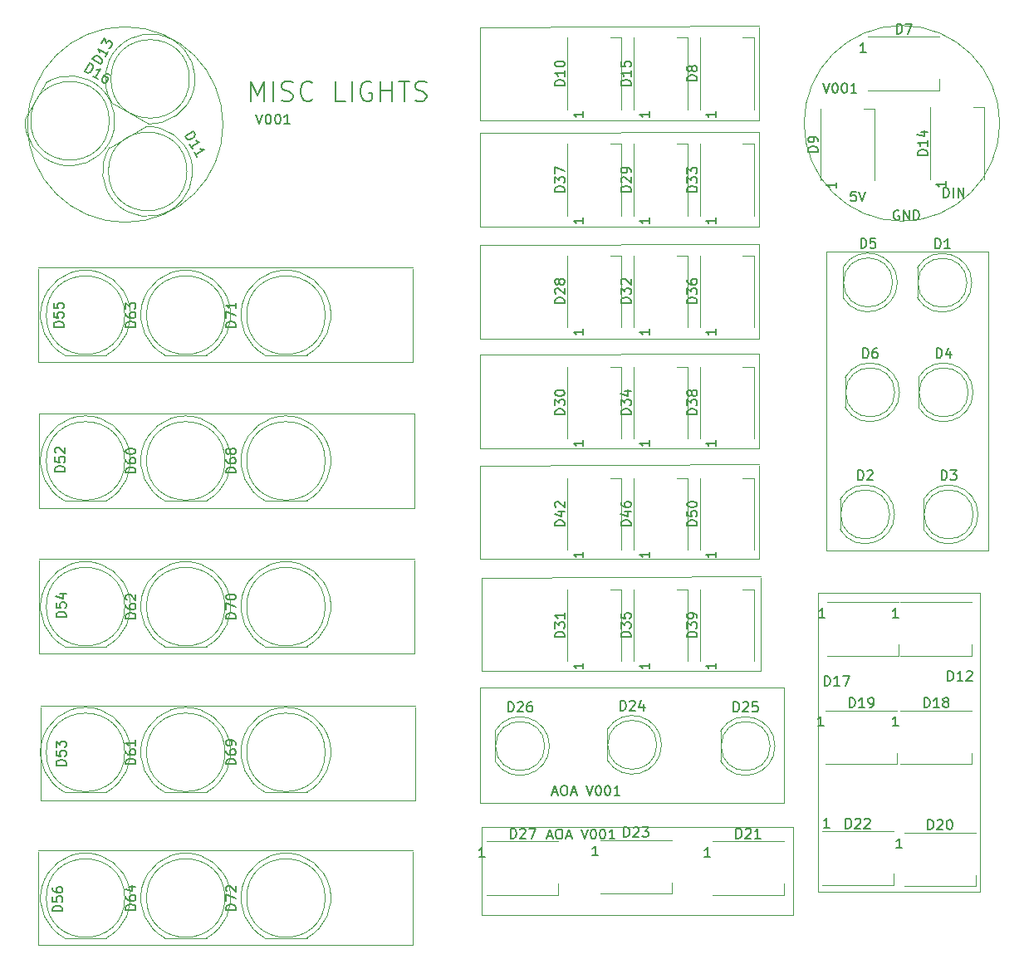
<source format=gbr>
G04 #@! TF.GenerationSoftware,KiCad,Pcbnew,(5.1.5-0-10_14)*
G04 #@! TF.CreationDate,2021-04-18T14:00:12+10:00*
G04 #@! TF.ProjectId,OH - Misc Lights,4f48202d-204d-4697-9363-204c69676874,rev?*
G04 #@! TF.SameCoordinates,Original*
G04 #@! TF.FileFunction,Legend,Top*
G04 #@! TF.FilePolarity,Positive*
%FSLAX46Y46*%
G04 Gerber Fmt 4.6, Leading zero omitted, Abs format (unit mm)*
G04 Created by KiCad (PCBNEW (5.1.5-0-10_14)) date 2021-04-18 14:00:12*
%MOMM*%
%LPD*%
G04 APERTURE LIST*
%ADD10C,0.150000*%
%ADD11C,0.120000*%
%ADD12C,0.050000*%
G04 APERTURE END LIST*
D10*
X168672095Y-42124380D02*
X169005428Y-43124380D01*
X169338761Y-42124380D01*
X169862571Y-42124380D02*
X169957809Y-42124380D01*
X170053047Y-42172000D01*
X170100666Y-42219619D01*
X170148285Y-42314857D01*
X170195904Y-42505333D01*
X170195904Y-42743428D01*
X170148285Y-42933904D01*
X170100666Y-43029142D01*
X170053047Y-43076761D01*
X169957809Y-43124380D01*
X169862571Y-43124380D01*
X169767333Y-43076761D01*
X169719714Y-43029142D01*
X169672095Y-42933904D01*
X169624476Y-42743428D01*
X169624476Y-42505333D01*
X169672095Y-42314857D01*
X169719714Y-42219619D01*
X169767333Y-42172000D01*
X169862571Y-42124380D01*
X170814952Y-42124380D02*
X170910190Y-42124380D01*
X171005428Y-42172000D01*
X171053047Y-42219619D01*
X171100666Y-42314857D01*
X171148285Y-42505333D01*
X171148285Y-42743428D01*
X171100666Y-42933904D01*
X171053047Y-43029142D01*
X171005428Y-43076761D01*
X170910190Y-43124380D01*
X170814952Y-43124380D01*
X170719714Y-43076761D01*
X170672095Y-43029142D01*
X170624476Y-42933904D01*
X170576857Y-42743428D01*
X170576857Y-42505333D01*
X170624476Y-42314857D01*
X170672095Y-42219619D01*
X170719714Y-42172000D01*
X170814952Y-42124380D01*
X172100666Y-43124380D02*
X171529238Y-43124380D01*
X171814952Y-43124380D02*
X171814952Y-42124380D01*
X171719714Y-42267238D01*
X171624476Y-42362476D01*
X171529238Y-42410095D01*
X168133238Y-40782761D02*
X168133238Y-38782761D01*
X168799904Y-40211333D01*
X169466571Y-38782761D01*
X169466571Y-40782761D01*
X170418952Y-40782761D02*
X170418952Y-38782761D01*
X171276095Y-40687523D02*
X171561809Y-40782761D01*
X172038000Y-40782761D01*
X172228476Y-40687523D01*
X172323714Y-40592285D01*
X172418952Y-40401809D01*
X172418952Y-40211333D01*
X172323714Y-40020857D01*
X172228476Y-39925619D01*
X172038000Y-39830380D01*
X171657047Y-39735142D01*
X171466571Y-39639904D01*
X171371333Y-39544666D01*
X171276095Y-39354190D01*
X171276095Y-39163714D01*
X171371333Y-38973238D01*
X171466571Y-38878000D01*
X171657047Y-38782761D01*
X172133238Y-38782761D01*
X172418952Y-38878000D01*
X174418952Y-40592285D02*
X174323714Y-40687523D01*
X174038000Y-40782761D01*
X173847523Y-40782761D01*
X173561809Y-40687523D01*
X173371333Y-40497047D01*
X173276095Y-40306571D01*
X173180857Y-39925619D01*
X173180857Y-39639904D01*
X173276095Y-39258952D01*
X173371333Y-39068476D01*
X173561809Y-38878000D01*
X173847523Y-38782761D01*
X174038000Y-38782761D01*
X174323714Y-38878000D01*
X174418952Y-38973238D01*
X177752285Y-40782761D02*
X176799904Y-40782761D01*
X176799904Y-38782761D01*
X178418952Y-40782761D02*
X178418952Y-38782761D01*
X180418952Y-38878000D02*
X180228476Y-38782761D01*
X179942761Y-38782761D01*
X179657047Y-38878000D01*
X179466571Y-39068476D01*
X179371333Y-39258952D01*
X179276095Y-39639904D01*
X179276095Y-39925619D01*
X179371333Y-40306571D01*
X179466571Y-40497047D01*
X179657047Y-40687523D01*
X179942761Y-40782761D01*
X180133238Y-40782761D01*
X180418952Y-40687523D01*
X180514190Y-40592285D01*
X180514190Y-39925619D01*
X180133238Y-39925619D01*
X181371333Y-40782761D02*
X181371333Y-38782761D01*
X181371333Y-39735142D02*
X182514190Y-39735142D01*
X182514190Y-40782761D02*
X182514190Y-38782761D01*
X183180857Y-38782761D02*
X184323714Y-38782761D01*
X183752285Y-40782761D02*
X183752285Y-38782761D01*
X184895142Y-40687523D02*
X185180857Y-40782761D01*
X185657047Y-40782761D01*
X185847523Y-40687523D01*
X185942761Y-40592285D01*
X186038000Y-40401809D01*
X186038000Y-40211333D01*
X185942761Y-40020857D01*
X185847523Y-39925619D01*
X185657047Y-39830380D01*
X185276095Y-39735142D01*
X185085619Y-39639904D01*
X184990380Y-39544666D01*
X184895142Y-39354190D01*
X184895142Y-39163714D01*
X184990380Y-38973238D01*
X185085619Y-38878000D01*
X185276095Y-38782761D01*
X185752285Y-38782761D01*
X186038000Y-38878000D01*
D11*
X191516000Y-33274000D02*
X219964000Y-33147000D01*
X219964000Y-42799000D02*
X191516000Y-42799000D01*
X219964000Y-33274000D02*
X219964000Y-42799000D01*
X191516000Y-42799000D02*
X191516000Y-33274000D01*
X219964000Y-44069000D02*
X219964000Y-53594000D01*
X191516000Y-44069000D02*
X219964000Y-43942000D01*
X219964000Y-53594000D02*
X191516000Y-53594000D01*
X191516000Y-53594000D02*
X191516000Y-44069000D01*
X219964000Y-55499000D02*
X219964000Y-65024000D01*
X191516000Y-65024000D02*
X191516000Y-55499000D01*
X191516000Y-55499000D02*
X219964000Y-55372000D01*
X219964000Y-65024000D02*
X191516000Y-65024000D01*
X191516000Y-66675000D02*
X219964000Y-66548000D01*
X191516000Y-76200000D02*
X191516000Y-66675000D01*
X219964000Y-66675000D02*
X219964000Y-76200000D01*
X219964000Y-76200000D02*
X191516000Y-76200000D01*
X191516000Y-77978000D02*
X219964000Y-77851000D01*
X219964000Y-77978000D02*
X219964000Y-87503000D01*
X219964000Y-87503000D02*
X191516000Y-87503000D01*
X191516000Y-87503000D02*
X191516000Y-77978000D01*
X191643000Y-98933000D02*
X191643000Y-89408000D01*
X220091000Y-98933000D02*
X191643000Y-98933000D01*
X191643000Y-89408000D02*
X220091000Y-89281000D01*
X220091000Y-89408000D02*
X220091000Y-98933000D01*
X146431000Y-67437000D02*
X146431000Y-57912000D01*
X146431000Y-57785000D02*
X184658000Y-57785000D01*
X184658000Y-67437000D02*
X146431000Y-67437000D01*
X184658000Y-57912000D02*
X184658000Y-67437000D01*
X146558000Y-82296000D02*
X146558000Y-72771000D01*
X184785000Y-82296000D02*
X146558000Y-82296000D01*
X146558000Y-72644000D02*
X184785000Y-72644000D01*
X184785000Y-72771000D02*
X184785000Y-82296000D01*
X184785000Y-87630000D02*
X184785000Y-97155000D01*
X184785000Y-97155000D02*
X146558000Y-97155000D01*
X146558000Y-97155000D02*
X146558000Y-87630000D01*
X146558000Y-87503000D02*
X184785000Y-87503000D01*
X184912000Y-112141000D02*
X146685000Y-112141000D01*
X146685000Y-112141000D02*
X146685000Y-102616000D01*
X146685000Y-102489000D02*
X184912000Y-102489000D01*
X184912000Y-102616000D02*
X184912000Y-112141000D01*
X146431000Y-126873000D02*
X146431000Y-117348000D01*
X184658000Y-126873000D02*
X146431000Y-126873000D01*
X184658000Y-117348000D02*
X184658000Y-126873000D01*
X146431000Y-117221000D02*
X184658000Y-117221000D01*
D10*
X238752190Y-50617380D02*
X238752190Y-49617380D01*
X238990285Y-49617380D01*
X239133142Y-49665000D01*
X239228380Y-49760238D01*
X239276000Y-49855476D01*
X239323619Y-50045952D01*
X239323619Y-50188809D01*
X239276000Y-50379285D01*
X239228380Y-50474523D01*
X239133142Y-50569761D01*
X238990285Y-50617380D01*
X238752190Y-50617380D01*
X239752190Y-50617380D02*
X239752190Y-49617380D01*
X240228380Y-50617380D02*
X240228380Y-49617380D01*
X240799809Y-50617380D01*
X240799809Y-49617380D01*
X234188095Y-51951000D02*
X234092857Y-51903380D01*
X233950000Y-51903380D01*
X233807142Y-51951000D01*
X233711904Y-52046238D01*
X233664285Y-52141476D01*
X233616666Y-52331952D01*
X233616666Y-52474809D01*
X233664285Y-52665285D01*
X233711904Y-52760523D01*
X233807142Y-52855761D01*
X233950000Y-52903380D01*
X234045238Y-52903380D01*
X234188095Y-52855761D01*
X234235714Y-52808142D01*
X234235714Y-52474809D01*
X234045238Y-52474809D01*
X234664285Y-52903380D02*
X234664285Y-51903380D01*
X235235714Y-52903380D01*
X235235714Y-51903380D01*
X235711904Y-52903380D02*
X235711904Y-51903380D01*
X235950000Y-51903380D01*
X236092857Y-51951000D01*
X236188095Y-52046238D01*
X236235714Y-52141476D01*
X236283333Y-52331952D01*
X236283333Y-52474809D01*
X236235714Y-52665285D01*
X236188095Y-52760523D01*
X236092857Y-52855761D01*
X235950000Y-52903380D01*
X235711904Y-52903380D01*
X229806523Y-49998380D02*
X229330333Y-49998380D01*
X229282714Y-50474571D01*
X229330333Y-50426952D01*
X229425571Y-50379333D01*
X229663666Y-50379333D01*
X229758904Y-50426952D01*
X229806523Y-50474571D01*
X229854142Y-50569809D01*
X229854142Y-50807904D01*
X229806523Y-50903142D01*
X229758904Y-50950761D01*
X229663666Y-50998380D01*
X229425571Y-50998380D01*
X229330333Y-50950761D01*
X229282714Y-50903142D01*
X230139857Y-49998380D02*
X230473190Y-50998380D01*
X230806523Y-49998380D01*
X226457095Y-38949380D02*
X226790428Y-39949380D01*
X227123761Y-38949380D01*
X227647571Y-38949380D02*
X227742809Y-38949380D01*
X227838047Y-38997000D01*
X227885666Y-39044619D01*
X227933285Y-39139857D01*
X227980904Y-39330333D01*
X227980904Y-39568428D01*
X227933285Y-39758904D01*
X227885666Y-39854142D01*
X227838047Y-39901761D01*
X227742809Y-39949380D01*
X227647571Y-39949380D01*
X227552333Y-39901761D01*
X227504714Y-39854142D01*
X227457095Y-39758904D01*
X227409476Y-39568428D01*
X227409476Y-39330333D01*
X227457095Y-39139857D01*
X227504714Y-39044619D01*
X227552333Y-38997000D01*
X227647571Y-38949380D01*
X228599952Y-38949380D02*
X228695190Y-38949380D01*
X228790428Y-38997000D01*
X228838047Y-39044619D01*
X228885666Y-39139857D01*
X228933285Y-39330333D01*
X228933285Y-39568428D01*
X228885666Y-39758904D01*
X228838047Y-39854142D01*
X228790428Y-39901761D01*
X228695190Y-39949380D01*
X228599952Y-39949380D01*
X228504714Y-39901761D01*
X228457095Y-39854142D01*
X228409476Y-39758904D01*
X228361857Y-39568428D01*
X228361857Y-39330333D01*
X228409476Y-39139857D01*
X228457095Y-39044619D01*
X228504714Y-38997000D01*
X228599952Y-38949380D01*
X229885666Y-39949380D02*
X229314238Y-39949380D01*
X229599952Y-39949380D02*
X229599952Y-38949380D01*
X229504714Y-39092238D01*
X229409476Y-39187476D01*
X229314238Y-39235095D01*
X198374428Y-115736666D02*
X198850619Y-115736666D01*
X198279190Y-116022380D02*
X198612523Y-115022380D01*
X198945857Y-116022380D01*
X199469666Y-115022380D02*
X199660142Y-115022380D01*
X199755380Y-115070000D01*
X199850619Y-115165238D01*
X199898238Y-115355714D01*
X199898238Y-115689047D01*
X199850619Y-115879523D01*
X199755380Y-115974761D01*
X199660142Y-116022380D01*
X199469666Y-116022380D01*
X199374428Y-115974761D01*
X199279190Y-115879523D01*
X199231571Y-115689047D01*
X199231571Y-115355714D01*
X199279190Y-115165238D01*
X199374428Y-115070000D01*
X199469666Y-115022380D01*
X200279190Y-115736666D02*
X200755380Y-115736666D01*
X200183952Y-116022380D02*
X200517285Y-115022380D01*
X200850619Y-116022380D01*
X201803000Y-115022380D02*
X202136333Y-116022380D01*
X202469666Y-115022380D01*
X202993476Y-115022380D02*
X203088714Y-115022380D01*
X203183952Y-115070000D01*
X203231571Y-115117619D01*
X203279190Y-115212857D01*
X203326809Y-115403333D01*
X203326809Y-115641428D01*
X203279190Y-115831904D01*
X203231571Y-115927142D01*
X203183952Y-115974761D01*
X203088714Y-116022380D01*
X202993476Y-116022380D01*
X202898238Y-115974761D01*
X202850619Y-115927142D01*
X202803000Y-115831904D01*
X202755380Y-115641428D01*
X202755380Y-115403333D01*
X202803000Y-115212857D01*
X202850619Y-115117619D01*
X202898238Y-115070000D01*
X202993476Y-115022380D01*
X203945857Y-115022380D02*
X204041095Y-115022380D01*
X204136333Y-115070000D01*
X204183952Y-115117619D01*
X204231571Y-115212857D01*
X204279190Y-115403333D01*
X204279190Y-115641428D01*
X204231571Y-115831904D01*
X204183952Y-115927142D01*
X204136333Y-115974761D01*
X204041095Y-116022380D01*
X203945857Y-116022380D01*
X203850619Y-115974761D01*
X203803000Y-115927142D01*
X203755380Y-115831904D01*
X203707761Y-115641428D01*
X203707761Y-115403333D01*
X203755380Y-115212857D01*
X203803000Y-115117619D01*
X203850619Y-115070000D01*
X203945857Y-115022380D01*
X205231571Y-116022380D02*
X204660142Y-116022380D01*
X204945857Y-116022380D02*
X204945857Y-115022380D01*
X204850619Y-115165238D01*
X204755380Y-115260476D01*
X204660142Y-115308095D01*
X198882428Y-111291666D02*
X199358619Y-111291666D01*
X198787190Y-111577380D02*
X199120523Y-110577380D01*
X199453857Y-111577380D01*
X199977666Y-110577380D02*
X200168142Y-110577380D01*
X200263380Y-110625000D01*
X200358619Y-110720238D01*
X200406238Y-110910714D01*
X200406238Y-111244047D01*
X200358619Y-111434523D01*
X200263380Y-111529761D01*
X200168142Y-111577380D01*
X199977666Y-111577380D01*
X199882428Y-111529761D01*
X199787190Y-111434523D01*
X199739571Y-111244047D01*
X199739571Y-110910714D01*
X199787190Y-110720238D01*
X199882428Y-110625000D01*
X199977666Y-110577380D01*
X200787190Y-111291666D02*
X201263380Y-111291666D01*
X200691952Y-111577380D02*
X201025285Y-110577380D01*
X201358619Y-111577380D01*
X202311000Y-110577380D02*
X202644333Y-111577380D01*
X202977666Y-110577380D01*
X203501476Y-110577380D02*
X203596714Y-110577380D01*
X203691952Y-110625000D01*
X203739571Y-110672619D01*
X203787190Y-110767857D01*
X203834809Y-110958333D01*
X203834809Y-111196428D01*
X203787190Y-111386904D01*
X203739571Y-111482142D01*
X203691952Y-111529761D01*
X203596714Y-111577380D01*
X203501476Y-111577380D01*
X203406238Y-111529761D01*
X203358619Y-111482142D01*
X203311000Y-111386904D01*
X203263380Y-111196428D01*
X203263380Y-110958333D01*
X203311000Y-110767857D01*
X203358619Y-110672619D01*
X203406238Y-110625000D01*
X203501476Y-110577380D01*
X204453857Y-110577380D02*
X204549095Y-110577380D01*
X204644333Y-110625000D01*
X204691952Y-110672619D01*
X204739571Y-110767857D01*
X204787190Y-110958333D01*
X204787190Y-111196428D01*
X204739571Y-111386904D01*
X204691952Y-111482142D01*
X204644333Y-111529761D01*
X204549095Y-111577380D01*
X204453857Y-111577380D01*
X204358619Y-111529761D01*
X204311000Y-111482142D01*
X204263380Y-111386904D01*
X204215761Y-111196428D01*
X204215761Y-110958333D01*
X204263380Y-110767857D01*
X204311000Y-110672619D01*
X204358619Y-110625000D01*
X204453857Y-110577380D01*
X205739571Y-111577380D02*
X205168142Y-111577380D01*
X205453857Y-111577380D02*
X205453857Y-110577380D01*
X205358619Y-110720238D01*
X205263380Y-110815476D01*
X205168142Y-110863095D01*
D11*
X222504000Y-112395000D02*
X222504000Y-100584000D01*
X222504000Y-100584000D02*
X191516000Y-100584000D01*
X191516000Y-112395000D02*
X222504000Y-112395000D01*
X191516000Y-100584000D02*
X191516000Y-112268000D01*
X223393000Y-114808000D02*
X223139000Y-114808000D01*
X223393000Y-123825000D02*
X223393000Y-114808000D01*
X191643000Y-123825000D02*
X223393000Y-123825000D01*
X191643000Y-114808000D02*
X191643000Y-123825000D01*
X223139000Y-114808000D02*
X191643000Y-114808000D01*
X243332000Y-86614000D02*
X226822000Y-86614000D01*
X226822000Y-86614000D02*
X226822000Y-56134000D01*
X243332000Y-56134000D02*
X243332000Y-86614000D01*
X226822000Y-56134000D02*
X243332000Y-56134000D01*
X225933000Y-121412000D02*
X225933000Y-90932000D01*
X242443000Y-121412000D02*
X225933000Y-121412000D01*
X242443000Y-90932000D02*
X242443000Y-121412000D01*
X225933000Y-90932000D02*
X242443000Y-90932000D01*
D12*
X244475000Y-43053000D02*
G75*
G03X244475000Y-43053000I-9971724J0D01*
G01*
X165292724Y-43180000D02*
G75*
G03X165292724Y-43180000I-9971724J0D01*
G01*
D11*
X169562000Y-126112000D02*
X173846000Y-126112000D01*
X175704000Y-122052000D02*
G75*
G03X175704000Y-122052000I-4000000J0D01*
G01*
X171703514Y-117462000D02*
G75*
G02X173845145Y-126112000I486J-4590000D01*
G01*
X171704486Y-117462000D02*
G75*
G03X169562855Y-126112000I-486J-4590000D01*
G01*
X169562000Y-66676000D02*
X173846000Y-66676000D01*
X175704000Y-62616000D02*
G75*
G03X175704000Y-62616000I-4000000J0D01*
G01*
X171703514Y-58026000D02*
G75*
G02X173845145Y-66676000I486J-4590000D01*
G01*
X171704486Y-58026000D02*
G75*
G03X169562855Y-66676000I-486J-4590000D01*
G01*
X169562000Y-96394000D02*
X173846000Y-96394000D01*
X175704000Y-92334000D02*
G75*
G03X175704000Y-92334000I-4000000J0D01*
G01*
X171703514Y-87744000D02*
G75*
G02X173845145Y-96394000I486J-4590000D01*
G01*
X171704486Y-87744000D02*
G75*
G03X169562855Y-96394000I-486J-4590000D01*
G01*
X169562000Y-111253000D02*
X173846000Y-111253000D01*
X175704000Y-107193000D02*
G75*
G03X175704000Y-107193000I-4000000J0D01*
G01*
X171703514Y-102603000D02*
G75*
G02X173845145Y-111253000I486J-4590000D01*
G01*
X171704486Y-102603000D02*
G75*
G03X169562855Y-111253000I-486J-4590000D01*
G01*
X169562000Y-81535000D02*
X173846000Y-81535000D01*
X175704000Y-77475000D02*
G75*
G03X175704000Y-77475000I-4000000J0D01*
G01*
X171703514Y-72885000D02*
G75*
G02X173845145Y-81535000I486J-4590000D01*
G01*
X171704486Y-72885000D02*
G75*
G03X169562855Y-81535000I-486J-4590000D01*
G01*
X159346000Y-126112000D02*
X163630000Y-126112000D01*
X165488000Y-122052000D02*
G75*
G03X165488000Y-122052000I-4000000J0D01*
G01*
X161487514Y-117462000D02*
G75*
G02X163629145Y-126112000I486J-4590000D01*
G01*
X161488486Y-117462000D02*
G75*
G03X159346855Y-126112000I-486J-4590000D01*
G01*
X159346000Y-66676000D02*
X163630000Y-66676000D01*
X165488000Y-62616000D02*
G75*
G03X165488000Y-62616000I-4000000J0D01*
G01*
X161487514Y-58026000D02*
G75*
G02X163629145Y-66676000I486J-4590000D01*
G01*
X161488486Y-58026000D02*
G75*
G03X159346855Y-66676000I-486J-4590000D01*
G01*
X159346000Y-96394000D02*
X163630000Y-96394000D01*
X165488000Y-92334000D02*
G75*
G03X165488000Y-92334000I-4000000J0D01*
G01*
X161487514Y-87744000D02*
G75*
G02X163629145Y-96394000I486J-4590000D01*
G01*
X161488486Y-87744000D02*
G75*
G03X159346855Y-96394000I-486J-4590000D01*
G01*
X159346000Y-111253000D02*
X163630000Y-111253000D01*
X165488000Y-107193000D02*
G75*
G03X165488000Y-107193000I-4000000J0D01*
G01*
X161487514Y-102603000D02*
G75*
G02X163629145Y-111253000I486J-4590000D01*
G01*
X161488486Y-102603000D02*
G75*
G03X159346855Y-111253000I-486J-4590000D01*
G01*
X159346000Y-81535000D02*
X163630000Y-81535000D01*
X165488000Y-77475000D02*
G75*
G03X165488000Y-77475000I-4000000J0D01*
G01*
X161487514Y-72885000D02*
G75*
G02X163629145Y-81535000I486J-4590000D01*
G01*
X161488486Y-72885000D02*
G75*
G03X159346855Y-81535000I-486J-4590000D01*
G01*
X149131000Y-126112000D02*
X153415000Y-126112000D01*
X155273000Y-122052000D02*
G75*
G03X155273000Y-122052000I-4000000J0D01*
G01*
X151272514Y-117462000D02*
G75*
G02X153414145Y-126112000I486J-4590000D01*
G01*
X151273486Y-117462000D02*
G75*
G03X149131855Y-126112000I-486J-4590000D01*
G01*
X149131000Y-66676000D02*
X153415000Y-66676000D01*
X155273000Y-62616000D02*
G75*
G03X155273000Y-62616000I-4000000J0D01*
G01*
X151272514Y-58026000D02*
G75*
G02X153414145Y-66676000I486J-4590000D01*
G01*
X151273486Y-58026000D02*
G75*
G03X149131855Y-66676000I-486J-4590000D01*
G01*
X149131000Y-96394000D02*
X153415000Y-96394000D01*
X155273000Y-92334000D02*
G75*
G03X155273000Y-92334000I-4000000J0D01*
G01*
X151272514Y-87744000D02*
G75*
G02X153414145Y-96394000I486J-4590000D01*
G01*
X151273486Y-87744000D02*
G75*
G03X149131855Y-96394000I-486J-4590000D01*
G01*
X149131000Y-111253000D02*
X153415000Y-111253000D01*
X155273000Y-107193000D02*
G75*
G03X155273000Y-107193000I-4000000J0D01*
G01*
X151272514Y-102603000D02*
G75*
G02X153414145Y-111253000I486J-4590000D01*
G01*
X151273486Y-102603000D02*
G75*
G03X149131855Y-111253000I-486J-4590000D01*
G01*
X149131000Y-81535000D02*
X153415000Y-81535000D01*
X155273000Y-77475000D02*
G75*
G03X155273000Y-77475000I-4000000J0D01*
G01*
X151272514Y-72885000D02*
G75*
G02X153414145Y-81535000I486J-4590000D01*
G01*
X151273486Y-72885000D02*
G75*
G03X149131855Y-81535000I-486J-4590000D01*
G01*
X219412000Y-79230200D02*
X218262000Y-79230200D01*
X219412000Y-86530200D02*
X219412000Y-79230200D01*
X213912000Y-86530200D02*
X213912000Y-79230200D01*
X212668000Y-79230200D02*
X211518000Y-79230200D01*
X212668000Y-86530200D02*
X212668000Y-79230200D01*
X207168000Y-86530200D02*
X207168000Y-79230200D01*
X205923000Y-79230200D02*
X204773000Y-79230200D01*
X205923000Y-86530200D02*
X205923000Y-79230200D01*
X200423000Y-86530200D02*
X200423000Y-79230200D01*
X219412000Y-90584000D02*
X218262000Y-90584000D01*
X219412000Y-97884000D02*
X219412000Y-90584000D01*
X213912000Y-97884000D02*
X213912000Y-90584000D01*
X219412000Y-67876400D02*
X218262000Y-67876400D01*
X219412000Y-75176400D02*
X219412000Y-67876400D01*
X213912000Y-75176400D02*
X213912000Y-67876400D01*
X205923000Y-45168800D02*
X204773000Y-45168800D01*
X205923000Y-52468800D02*
X205923000Y-45168800D01*
X200423000Y-52468800D02*
X200423000Y-45168800D01*
X219412000Y-56522600D02*
X218262000Y-56522600D01*
X219412000Y-63822600D02*
X219412000Y-56522600D01*
X213912000Y-63822600D02*
X213912000Y-56522600D01*
X212668000Y-90584000D02*
X211518000Y-90584000D01*
X212668000Y-97884000D02*
X212668000Y-90584000D01*
X207168000Y-97884000D02*
X207168000Y-90584000D01*
X212668000Y-67876400D02*
X211518000Y-67876400D01*
X212668000Y-75176400D02*
X212668000Y-67876400D01*
X207168000Y-75176400D02*
X207168000Y-67876400D01*
X219412000Y-45168800D02*
X218262000Y-45168800D01*
X219412000Y-52468800D02*
X219412000Y-45168800D01*
X213912000Y-52468800D02*
X213912000Y-45168800D01*
X212668000Y-56522600D02*
X211518000Y-56522600D01*
X212668000Y-63822600D02*
X212668000Y-56522600D01*
X207168000Y-63822600D02*
X207168000Y-56522600D01*
X205923000Y-90584000D02*
X204773000Y-90584000D01*
X205923000Y-97884000D02*
X205923000Y-90584000D01*
X200423000Y-97884000D02*
X200423000Y-90584000D01*
X205923000Y-67876400D02*
X204773000Y-67876400D01*
X205923000Y-75176400D02*
X205923000Y-67876400D01*
X200423000Y-75176400D02*
X200423000Y-67876400D01*
X212668000Y-45168800D02*
X211518000Y-45168800D01*
X212668000Y-52468800D02*
X212668000Y-45168800D01*
X207168000Y-52468800D02*
X207168000Y-45168800D01*
X205923000Y-56522600D02*
X204773000Y-56522600D01*
X205923000Y-63822600D02*
X205923000Y-56522600D01*
X200423000Y-63822600D02*
X200423000Y-56522600D01*
X212668000Y-34323000D02*
X211518000Y-34323000D01*
X212668000Y-41623000D02*
X212668000Y-34323000D01*
X207168000Y-41623000D02*
X207168000Y-34323000D01*
X205923000Y-34323000D02*
X204773000Y-34323000D01*
X205923000Y-41623000D02*
X205923000Y-34323000D01*
X200423000Y-41623000D02*
X200423000Y-34323000D01*
X219412000Y-34323000D02*
X218262000Y-34323000D01*
X219412000Y-41623000D02*
X219412000Y-34323000D01*
X213912000Y-41623000D02*
X213912000Y-34323000D01*
X199484000Y-121749000D02*
X199484000Y-120599000D01*
X192184000Y-121749000D02*
X199484000Y-121749000D01*
X192184000Y-116249000D02*
X199484000Y-116249000D01*
X193020000Y-105008000D02*
X193020000Y-108098000D01*
X198080000Y-106553000D02*
G75*
G03X198080000Y-106553000I-2500000J0D01*
G01*
X198570000Y-106552538D02*
G75*
G02X193020000Y-108097830I-2990000J-462D01*
G01*
X198570000Y-106553462D02*
G75*
G03X193020000Y-105008170I-2990000J462D01*
G01*
X216007000Y-105008000D02*
X216007000Y-108098000D01*
X221067000Y-106553000D02*
G75*
G03X221067000Y-106553000I-2500000J0D01*
G01*
X221557000Y-106552538D02*
G75*
G02X216007000Y-108097830I-2990000J-462D01*
G01*
X221557000Y-106553462D02*
G75*
G03X216007000Y-105008170I-2990000J462D01*
G01*
X204450000Y-104881000D02*
X204450000Y-107971000D01*
X209510000Y-106426000D02*
G75*
G03X209510000Y-106426000I-2500000J0D01*
G01*
X210000000Y-106425538D02*
G75*
G02X204450000Y-107970830I-2990000J-462D01*
G01*
X210000000Y-106426462D02*
G75*
G03X204450000Y-104881170I-2990000J462D01*
G01*
X211041000Y-121622000D02*
X211041000Y-120472000D01*
X203741000Y-121622000D02*
X211041000Y-121622000D01*
X203741000Y-116122000D02*
X211041000Y-116122000D01*
X222471000Y-121749000D02*
X222471000Y-120599000D01*
X215171000Y-121749000D02*
X222471000Y-121749000D01*
X215171000Y-116249000D02*
X222471000Y-116249000D01*
X233647000Y-120733000D02*
X233647000Y-119583000D01*
X226347000Y-120733000D02*
X233647000Y-120733000D01*
X226347000Y-115233000D02*
X233647000Y-115233000D01*
X242029000Y-120860000D02*
X242029000Y-119710000D01*
X234729000Y-120860000D02*
X242029000Y-120860000D01*
X234729000Y-115360000D02*
X242029000Y-115360000D01*
X234028000Y-108414000D02*
X234028000Y-107264000D01*
X226728000Y-108414000D02*
X234028000Y-108414000D01*
X226728000Y-102914000D02*
X234028000Y-102914000D01*
X241648000Y-108414000D02*
X241648000Y-107264000D01*
X234348000Y-108414000D02*
X241648000Y-108414000D01*
X234348000Y-102914000D02*
X241648000Y-102914000D01*
X234155000Y-97365000D02*
X234155000Y-96215000D01*
X226855000Y-97365000D02*
X234155000Y-97365000D01*
X226855000Y-91865000D02*
X234155000Y-91865000D01*
X241648000Y-97365000D02*
X241648000Y-96215000D01*
X234348000Y-97365000D02*
X241648000Y-97365000D01*
X234348000Y-91865000D02*
X241648000Y-91865000D01*
X228707000Y-68940000D02*
X228707000Y-72030000D01*
X233767000Y-70485000D02*
G75*
G03X233767000Y-70485000I-2500000J0D01*
G01*
X234257000Y-70484538D02*
G75*
G02X228707000Y-72029830I-2990000J-462D01*
G01*
X234257000Y-70485462D02*
G75*
G03X228707000Y-68940170I-2990000J462D01*
G01*
X228491000Y-57732000D02*
X228491000Y-60822000D01*
X233551000Y-59277000D02*
G75*
G03X233551000Y-59277000I-2500000J0D01*
G01*
X234041000Y-59276538D02*
G75*
G02X228491000Y-60821830I-2990000J-462D01*
G01*
X234041000Y-59277462D02*
G75*
G03X228491000Y-57732170I-2990000J462D01*
G01*
X236200000Y-68940000D02*
X236200000Y-72030000D01*
X241260000Y-70485000D02*
G75*
G03X241260000Y-70485000I-2500000J0D01*
G01*
X241750000Y-70484538D02*
G75*
G02X236200000Y-72029830I-2990000J-462D01*
G01*
X241750000Y-70485462D02*
G75*
G03X236200000Y-68940170I-2990000J462D01*
G01*
X236708000Y-81386000D02*
X236708000Y-84476000D01*
X241768000Y-82931000D02*
G75*
G03X241768000Y-82931000I-2500000J0D01*
G01*
X242258000Y-82930538D02*
G75*
G02X236708000Y-84475830I-2990000J-462D01*
G01*
X242258000Y-82931462D02*
G75*
G03X236708000Y-81386170I-2990000J462D01*
G01*
X228199000Y-81386000D02*
X228199000Y-84476000D01*
X233259000Y-82931000D02*
G75*
G03X233259000Y-82931000I-2500000J0D01*
G01*
X233749000Y-82930538D02*
G75*
G02X228199000Y-84475830I-2990000J-462D01*
G01*
X233749000Y-82931462D02*
G75*
G03X228199000Y-81386170I-2990000J462D01*
G01*
X236073000Y-57764000D02*
X236073000Y-60854000D01*
X241133000Y-59309000D02*
G75*
G03X241133000Y-59309000I-2500000J0D01*
G01*
X241623000Y-59308538D02*
G75*
G02X236073000Y-60853830I-2990000J-462D01*
G01*
X241623000Y-59309462D02*
G75*
G03X236073000Y-57764170I-2990000J462D01*
G01*
X242907000Y-41435000D02*
X241757000Y-41435000D01*
X242907000Y-48735000D02*
X242907000Y-41435000D01*
X237407000Y-48735000D02*
X237407000Y-41435000D01*
X231731000Y-41562000D02*
X230581000Y-41562000D01*
X231731000Y-48862000D02*
X231731000Y-41562000D01*
X226231000Y-48862000D02*
X226231000Y-41562000D01*
X238346000Y-39707000D02*
X238346000Y-38557000D01*
X231046000Y-39707000D02*
X238346000Y-39707000D01*
X231046000Y-34207000D02*
X238346000Y-34207000D01*
X147244789Y-38913974D02*
X145102789Y-42624026D01*
X153689852Y-42799000D02*
G75*
G03X153689852Y-42799000I-4000000J0D01*
G01*
X153665152Y-45093579D02*
G75*
G02X145103217Y-42623286I-3975300J2294579D01*
G01*
X153664665Y-45094422D02*
G75*
G03X147244362Y-38914714I-3974813J2295422D01*
G01*
X153975974Y-40969211D02*
X157686026Y-43111211D01*
X161861000Y-38524148D02*
G75*
G03X161861000Y-38524148I-4000000J0D01*
G01*
X160155579Y-34548848D02*
G75*
G02X157685286Y-43110783I-2294579J-3975300D01*
G01*
X160156422Y-34549335D02*
G75*
G03X153976714Y-40969638I-2295422J-3974813D01*
G01*
X157432026Y-43375789D02*
X153721974Y-45517789D01*
X161607000Y-47962852D02*
G75*
G03X161607000Y-47962852I-4000000J0D01*
G01*
X159902422Y-51937665D02*
G75*
G02X153722714Y-45517362I-2295422J3974813D01*
G01*
X159901579Y-51938152D02*
G75*
G03X157431286Y-43376217I-2294579J3975300D01*
G01*
D10*
X166596380Y-123266285D02*
X165596380Y-123266285D01*
X165596380Y-123028190D01*
X165644000Y-122885333D01*
X165739238Y-122790095D01*
X165834476Y-122742476D01*
X166024952Y-122694857D01*
X166167809Y-122694857D01*
X166358285Y-122742476D01*
X166453523Y-122790095D01*
X166548761Y-122885333D01*
X166596380Y-123028190D01*
X166596380Y-123266285D01*
X165596380Y-122361523D02*
X165596380Y-121694857D01*
X166596380Y-122123428D01*
X165691619Y-121361523D02*
X165644000Y-121313904D01*
X165596380Y-121218666D01*
X165596380Y-120980571D01*
X165644000Y-120885333D01*
X165691619Y-120837714D01*
X165786857Y-120790095D01*
X165882095Y-120790095D01*
X166024952Y-120837714D01*
X166596380Y-121409142D01*
X166596380Y-120790095D01*
X166596380Y-63830285D02*
X165596380Y-63830285D01*
X165596380Y-63592190D01*
X165644000Y-63449333D01*
X165739238Y-63354095D01*
X165834476Y-63306476D01*
X166024952Y-63258857D01*
X166167809Y-63258857D01*
X166358285Y-63306476D01*
X166453523Y-63354095D01*
X166548761Y-63449333D01*
X166596380Y-63592190D01*
X166596380Y-63830285D01*
X165596380Y-62925523D02*
X165596380Y-62258857D01*
X166596380Y-62687428D01*
X166596380Y-61354095D02*
X166596380Y-61925523D01*
X166596380Y-61639809D02*
X165596380Y-61639809D01*
X165739238Y-61735047D01*
X165834476Y-61830285D01*
X165882095Y-61925523D01*
X166596380Y-93548285D02*
X165596380Y-93548285D01*
X165596380Y-93310190D01*
X165644000Y-93167333D01*
X165739238Y-93072095D01*
X165834476Y-93024476D01*
X166024952Y-92976857D01*
X166167809Y-92976857D01*
X166358285Y-93024476D01*
X166453523Y-93072095D01*
X166548761Y-93167333D01*
X166596380Y-93310190D01*
X166596380Y-93548285D01*
X165596380Y-92643523D02*
X165596380Y-91976857D01*
X166596380Y-92405428D01*
X165596380Y-91405428D02*
X165596380Y-91310190D01*
X165644000Y-91214952D01*
X165691619Y-91167333D01*
X165786857Y-91119714D01*
X165977333Y-91072095D01*
X166215428Y-91072095D01*
X166405904Y-91119714D01*
X166501142Y-91167333D01*
X166548761Y-91214952D01*
X166596380Y-91310190D01*
X166596380Y-91405428D01*
X166548761Y-91500666D01*
X166501142Y-91548285D01*
X166405904Y-91595904D01*
X166215428Y-91643523D01*
X165977333Y-91643523D01*
X165786857Y-91595904D01*
X165691619Y-91548285D01*
X165644000Y-91500666D01*
X165596380Y-91405428D01*
X166596380Y-108407285D02*
X165596380Y-108407285D01*
X165596380Y-108169190D01*
X165644000Y-108026333D01*
X165739238Y-107931095D01*
X165834476Y-107883476D01*
X166024952Y-107835857D01*
X166167809Y-107835857D01*
X166358285Y-107883476D01*
X166453523Y-107931095D01*
X166548761Y-108026333D01*
X166596380Y-108169190D01*
X166596380Y-108407285D01*
X165596380Y-106978714D02*
X165596380Y-107169190D01*
X165644000Y-107264428D01*
X165691619Y-107312047D01*
X165834476Y-107407285D01*
X166024952Y-107454904D01*
X166405904Y-107454904D01*
X166501142Y-107407285D01*
X166548761Y-107359666D01*
X166596380Y-107264428D01*
X166596380Y-107073952D01*
X166548761Y-106978714D01*
X166501142Y-106931095D01*
X166405904Y-106883476D01*
X166167809Y-106883476D01*
X166072571Y-106931095D01*
X166024952Y-106978714D01*
X165977333Y-107073952D01*
X165977333Y-107264428D01*
X166024952Y-107359666D01*
X166072571Y-107407285D01*
X166167809Y-107454904D01*
X166596380Y-106407285D02*
X166596380Y-106216809D01*
X166548761Y-106121571D01*
X166501142Y-106073952D01*
X166358285Y-105978714D01*
X166167809Y-105931095D01*
X165786857Y-105931095D01*
X165691619Y-105978714D01*
X165644000Y-106026333D01*
X165596380Y-106121571D01*
X165596380Y-106312047D01*
X165644000Y-106407285D01*
X165691619Y-106454904D01*
X165786857Y-106502523D01*
X166024952Y-106502523D01*
X166120190Y-106454904D01*
X166167809Y-106407285D01*
X166215428Y-106312047D01*
X166215428Y-106121571D01*
X166167809Y-106026333D01*
X166120190Y-105978714D01*
X166024952Y-105931095D01*
X166596380Y-78689285D02*
X165596380Y-78689285D01*
X165596380Y-78451190D01*
X165644000Y-78308333D01*
X165739238Y-78213095D01*
X165834476Y-78165476D01*
X166024952Y-78117857D01*
X166167809Y-78117857D01*
X166358285Y-78165476D01*
X166453523Y-78213095D01*
X166548761Y-78308333D01*
X166596380Y-78451190D01*
X166596380Y-78689285D01*
X165596380Y-77260714D02*
X165596380Y-77451190D01*
X165644000Y-77546428D01*
X165691619Y-77594047D01*
X165834476Y-77689285D01*
X166024952Y-77736904D01*
X166405904Y-77736904D01*
X166501142Y-77689285D01*
X166548761Y-77641666D01*
X166596380Y-77546428D01*
X166596380Y-77355952D01*
X166548761Y-77260714D01*
X166501142Y-77213095D01*
X166405904Y-77165476D01*
X166167809Y-77165476D01*
X166072571Y-77213095D01*
X166024952Y-77260714D01*
X165977333Y-77355952D01*
X165977333Y-77546428D01*
X166024952Y-77641666D01*
X166072571Y-77689285D01*
X166167809Y-77736904D01*
X166024952Y-76594047D02*
X165977333Y-76689285D01*
X165929714Y-76736904D01*
X165834476Y-76784523D01*
X165786857Y-76784523D01*
X165691619Y-76736904D01*
X165644000Y-76689285D01*
X165596380Y-76594047D01*
X165596380Y-76403571D01*
X165644000Y-76308333D01*
X165691619Y-76260714D01*
X165786857Y-76213095D01*
X165834476Y-76213095D01*
X165929714Y-76260714D01*
X165977333Y-76308333D01*
X166024952Y-76403571D01*
X166024952Y-76594047D01*
X166072571Y-76689285D01*
X166120190Y-76736904D01*
X166215428Y-76784523D01*
X166405904Y-76784523D01*
X166501142Y-76736904D01*
X166548761Y-76689285D01*
X166596380Y-76594047D01*
X166596380Y-76403571D01*
X166548761Y-76308333D01*
X166501142Y-76260714D01*
X166405904Y-76213095D01*
X166215428Y-76213095D01*
X166120190Y-76260714D01*
X166072571Y-76308333D01*
X166024952Y-76403571D01*
X156380380Y-123266285D02*
X155380380Y-123266285D01*
X155380380Y-123028190D01*
X155428000Y-122885333D01*
X155523238Y-122790095D01*
X155618476Y-122742476D01*
X155808952Y-122694857D01*
X155951809Y-122694857D01*
X156142285Y-122742476D01*
X156237523Y-122790095D01*
X156332761Y-122885333D01*
X156380380Y-123028190D01*
X156380380Y-123266285D01*
X155380380Y-121837714D02*
X155380380Y-122028190D01*
X155428000Y-122123428D01*
X155475619Y-122171047D01*
X155618476Y-122266285D01*
X155808952Y-122313904D01*
X156189904Y-122313904D01*
X156285142Y-122266285D01*
X156332761Y-122218666D01*
X156380380Y-122123428D01*
X156380380Y-121932952D01*
X156332761Y-121837714D01*
X156285142Y-121790095D01*
X156189904Y-121742476D01*
X155951809Y-121742476D01*
X155856571Y-121790095D01*
X155808952Y-121837714D01*
X155761333Y-121932952D01*
X155761333Y-122123428D01*
X155808952Y-122218666D01*
X155856571Y-122266285D01*
X155951809Y-122313904D01*
X155713714Y-120885333D02*
X156380380Y-120885333D01*
X155332761Y-121123428D02*
X156047047Y-121361523D01*
X156047047Y-120742476D01*
X156380380Y-63830285D02*
X155380380Y-63830285D01*
X155380380Y-63592190D01*
X155428000Y-63449333D01*
X155523238Y-63354095D01*
X155618476Y-63306476D01*
X155808952Y-63258857D01*
X155951809Y-63258857D01*
X156142285Y-63306476D01*
X156237523Y-63354095D01*
X156332761Y-63449333D01*
X156380380Y-63592190D01*
X156380380Y-63830285D01*
X155380380Y-62401714D02*
X155380380Y-62592190D01*
X155428000Y-62687428D01*
X155475619Y-62735047D01*
X155618476Y-62830285D01*
X155808952Y-62877904D01*
X156189904Y-62877904D01*
X156285142Y-62830285D01*
X156332761Y-62782666D01*
X156380380Y-62687428D01*
X156380380Y-62496952D01*
X156332761Y-62401714D01*
X156285142Y-62354095D01*
X156189904Y-62306476D01*
X155951809Y-62306476D01*
X155856571Y-62354095D01*
X155808952Y-62401714D01*
X155761333Y-62496952D01*
X155761333Y-62687428D01*
X155808952Y-62782666D01*
X155856571Y-62830285D01*
X155951809Y-62877904D01*
X155380380Y-61973142D02*
X155380380Y-61354095D01*
X155761333Y-61687428D01*
X155761333Y-61544571D01*
X155808952Y-61449333D01*
X155856571Y-61401714D01*
X155951809Y-61354095D01*
X156189904Y-61354095D01*
X156285142Y-61401714D01*
X156332761Y-61449333D01*
X156380380Y-61544571D01*
X156380380Y-61830285D01*
X156332761Y-61925523D01*
X156285142Y-61973142D01*
X156380380Y-93548285D02*
X155380380Y-93548285D01*
X155380380Y-93310190D01*
X155428000Y-93167333D01*
X155523238Y-93072095D01*
X155618476Y-93024476D01*
X155808952Y-92976857D01*
X155951809Y-92976857D01*
X156142285Y-93024476D01*
X156237523Y-93072095D01*
X156332761Y-93167333D01*
X156380380Y-93310190D01*
X156380380Y-93548285D01*
X155380380Y-92119714D02*
X155380380Y-92310190D01*
X155428000Y-92405428D01*
X155475619Y-92453047D01*
X155618476Y-92548285D01*
X155808952Y-92595904D01*
X156189904Y-92595904D01*
X156285142Y-92548285D01*
X156332761Y-92500666D01*
X156380380Y-92405428D01*
X156380380Y-92214952D01*
X156332761Y-92119714D01*
X156285142Y-92072095D01*
X156189904Y-92024476D01*
X155951809Y-92024476D01*
X155856571Y-92072095D01*
X155808952Y-92119714D01*
X155761333Y-92214952D01*
X155761333Y-92405428D01*
X155808952Y-92500666D01*
X155856571Y-92548285D01*
X155951809Y-92595904D01*
X155475619Y-91643523D02*
X155428000Y-91595904D01*
X155380380Y-91500666D01*
X155380380Y-91262571D01*
X155428000Y-91167333D01*
X155475619Y-91119714D01*
X155570857Y-91072095D01*
X155666095Y-91072095D01*
X155808952Y-91119714D01*
X156380380Y-91691142D01*
X156380380Y-91072095D01*
X156380380Y-108407285D02*
X155380380Y-108407285D01*
X155380380Y-108169190D01*
X155428000Y-108026333D01*
X155523238Y-107931095D01*
X155618476Y-107883476D01*
X155808952Y-107835857D01*
X155951809Y-107835857D01*
X156142285Y-107883476D01*
X156237523Y-107931095D01*
X156332761Y-108026333D01*
X156380380Y-108169190D01*
X156380380Y-108407285D01*
X155380380Y-106978714D02*
X155380380Y-107169190D01*
X155428000Y-107264428D01*
X155475619Y-107312047D01*
X155618476Y-107407285D01*
X155808952Y-107454904D01*
X156189904Y-107454904D01*
X156285142Y-107407285D01*
X156332761Y-107359666D01*
X156380380Y-107264428D01*
X156380380Y-107073952D01*
X156332761Y-106978714D01*
X156285142Y-106931095D01*
X156189904Y-106883476D01*
X155951809Y-106883476D01*
X155856571Y-106931095D01*
X155808952Y-106978714D01*
X155761333Y-107073952D01*
X155761333Y-107264428D01*
X155808952Y-107359666D01*
X155856571Y-107407285D01*
X155951809Y-107454904D01*
X156380380Y-105931095D02*
X156380380Y-106502523D01*
X156380380Y-106216809D02*
X155380380Y-106216809D01*
X155523238Y-106312047D01*
X155618476Y-106407285D01*
X155666095Y-106502523D01*
X156380380Y-78689285D02*
X155380380Y-78689285D01*
X155380380Y-78451190D01*
X155428000Y-78308333D01*
X155523238Y-78213095D01*
X155618476Y-78165476D01*
X155808952Y-78117857D01*
X155951809Y-78117857D01*
X156142285Y-78165476D01*
X156237523Y-78213095D01*
X156332761Y-78308333D01*
X156380380Y-78451190D01*
X156380380Y-78689285D01*
X155380380Y-77260714D02*
X155380380Y-77451190D01*
X155428000Y-77546428D01*
X155475619Y-77594047D01*
X155618476Y-77689285D01*
X155808952Y-77736904D01*
X156189904Y-77736904D01*
X156285142Y-77689285D01*
X156332761Y-77641666D01*
X156380380Y-77546428D01*
X156380380Y-77355952D01*
X156332761Y-77260714D01*
X156285142Y-77213095D01*
X156189904Y-77165476D01*
X155951809Y-77165476D01*
X155856571Y-77213095D01*
X155808952Y-77260714D01*
X155761333Y-77355952D01*
X155761333Y-77546428D01*
X155808952Y-77641666D01*
X155856571Y-77689285D01*
X155951809Y-77736904D01*
X155380380Y-76546428D02*
X155380380Y-76451190D01*
X155428000Y-76355952D01*
X155475619Y-76308333D01*
X155570857Y-76260714D01*
X155761333Y-76213095D01*
X155999428Y-76213095D01*
X156189904Y-76260714D01*
X156285142Y-76308333D01*
X156332761Y-76355952D01*
X156380380Y-76451190D01*
X156380380Y-76546428D01*
X156332761Y-76641666D01*
X156285142Y-76689285D01*
X156189904Y-76736904D01*
X155999428Y-76784523D01*
X155761333Y-76784523D01*
X155570857Y-76736904D01*
X155475619Y-76689285D01*
X155428000Y-76641666D01*
X155380380Y-76546428D01*
X148915380Y-123388285D02*
X147915380Y-123388285D01*
X147915380Y-123150190D01*
X147963000Y-123007333D01*
X148058238Y-122912095D01*
X148153476Y-122864476D01*
X148343952Y-122816857D01*
X148486809Y-122816857D01*
X148677285Y-122864476D01*
X148772523Y-122912095D01*
X148867761Y-123007333D01*
X148915380Y-123150190D01*
X148915380Y-123388285D01*
X147915380Y-121912095D02*
X147915380Y-122388285D01*
X148391571Y-122435904D01*
X148343952Y-122388285D01*
X148296333Y-122293047D01*
X148296333Y-122054952D01*
X148343952Y-121959714D01*
X148391571Y-121912095D01*
X148486809Y-121864476D01*
X148724904Y-121864476D01*
X148820142Y-121912095D01*
X148867761Y-121959714D01*
X148915380Y-122054952D01*
X148915380Y-122293047D01*
X148867761Y-122388285D01*
X148820142Y-122435904D01*
X147915380Y-121007333D02*
X147915380Y-121197809D01*
X147963000Y-121293047D01*
X148010619Y-121340666D01*
X148153476Y-121435904D01*
X148343952Y-121483523D01*
X148724904Y-121483523D01*
X148820142Y-121435904D01*
X148867761Y-121388285D01*
X148915380Y-121293047D01*
X148915380Y-121102571D01*
X148867761Y-121007333D01*
X148820142Y-120959714D01*
X148724904Y-120912095D01*
X148486809Y-120912095D01*
X148391571Y-120959714D01*
X148343952Y-121007333D01*
X148296333Y-121102571D01*
X148296333Y-121293047D01*
X148343952Y-121388285D01*
X148391571Y-121435904D01*
X148486809Y-121483523D01*
X149042380Y-63825285D02*
X148042380Y-63825285D01*
X148042380Y-63587190D01*
X148090000Y-63444333D01*
X148185238Y-63349095D01*
X148280476Y-63301476D01*
X148470952Y-63253857D01*
X148613809Y-63253857D01*
X148804285Y-63301476D01*
X148899523Y-63349095D01*
X148994761Y-63444333D01*
X149042380Y-63587190D01*
X149042380Y-63825285D01*
X148042380Y-62349095D02*
X148042380Y-62825285D01*
X148518571Y-62872904D01*
X148470952Y-62825285D01*
X148423333Y-62730047D01*
X148423333Y-62491952D01*
X148470952Y-62396714D01*
X148518571Y-62349095D01*
X148613809Y-62301476D01*
X148851904Y-62301476D01*
X148947142Y-62349095D01*
X148994761Y-62396714D01*
X149042380Y-62491952D01*
X149042380Y-62730047D01*
X148994761Y-62825285D01*
X148947142Y-62872904D01*
X148042380Y-61396714D02*
X148042380Y-61872904D01*
X148518571Y-61920523D01*
X148470952Y-61872904D01*
X148423333Y-61777666D01*
X148423333Y-61539571D01*
X148470952Y-61444333D01*
X148518571Y-61396714D01*
X148613809Y-61349095D01*
X148851904Y-61349095D01*
X148947142Y-61396714D01*
X148994761Y-61444333D01*
X149042380Y-61539571D01*
X149042380Y-61777666D01*
X148994761Y-61872904D01*
X148947142Y-61920523D01*
X149296380Y-93416285D02*
X148296380Y-93416285D01*
X148296380Y-93178190D01*
X148344000Y-93035333D01*
X148439238Y-92940095D01*
X148534476Y-92892476D01*
X148724952Y-92844857D01*
X148867809Y-92844857D01*
X149058285Y-92892476D01*
X149153523Y-92940095D01*
X149248761Y-93035333D01*
X149296380Y-93178190D01*
X149296380Y-93416285D01*
X148296380Y-91940095D02*
X148296380Y-92416285D01*
X148772571Y-92463904D01*
X148724952Y-92416285D01*
X148677333Y-92321047D01*
X148677333Y-92082952D01*
X148724952Y-91987714D01*
X148772571Y-91940095D01*
X148867809Y-91892476D01*
X149105904Y-91892476D01*
X149201142Y-91940095D01*
X149248761Y-91987714D01*
X149296380Y-92082952D01*
X149296380Y-92321047D01*
X149248761Y-92416285D01*
X149201142Y-92463904D01*
X148629714Y-91035333D02*
X149296380Y-91035333D01*
X148248761Y-91273428D02*
X148963047Y-91511523D01*
X148963047Y-90892476D01*
X149296380Y-108529285D02*
X148296380Y-108529285D01*
X148296380Y-108291190D01*
X148344000Y-108148333D01*
X148439238Y-108053095D01*
X148534476Y-108005476D01*
X148724952Y-107957857D01*
X148867809Y-107957857D01*
X149058285Y-108005476D01*
X149153523Y-108053095D01*
X149248761Y-108148333D01*
X149296380Y-108291190D01*
X149296380Y-108529285D01*
X148296380Y-107053095D02*
X148296380Y-107529285D01*
X148772571Y-107576904D01*
X148724952Y-107529285D01*
X148677333Y-107434047D01*
X148677333Y-107195952D01*
X148724952Y-107100714D01*
X148772571Y-107053095D01*
X148867809Y-107005476D01*
X149105904Y-107005476D01*
X149201142Y-107053095D01*
X149248761Y-107100714D01*
X149296380Y-107195952D01*
X149296380Y-107434047D01*
X149248761Y-107529285D01*
X149201142Y-107576904D01*
X148296380Y-106672142D02*
X148296380Y-106053095D01*
X148677333Y-106386428D01*
X148677333Y-106243571D01*
X148724952Y-106148333D01*
X148772571Y-106100714D01*
X148867809Y-106053095D01*
X149105904Y-106053095D01*
X149201142Y-106100714D01*
X149248761Y-106148333D01*
X149296380Y-106243571D01*
X149296380Y-106529285D01*
X149248761Y-106624523D01*
X149201142Y-106672142D01*
X149169380Y-78557285D02*
X148169380Y-78557285D01*
X148169380Y-78319190D01*
X148217000Y-78176333D01*
X148312238Y-78081095D01*
X148407476Y-78033476D01*
X148597952Y-77985857D01*
X148740809Y-77985857D01*
X148931285Y-78033476D01*
X149026523Y-78081095D01*
X149121761Y-78176333D01*
X149169380Y-78319190D01*
X149169380Y-78557285D01*
X148169380Y-77081095D02*
X148169380Y-77557285D01*
X148645571Y-77604904D01*
X148597952Y-77557285D01*
X148550333Y-77462047D01*
X148550333Y-77223952D01*
X148597952Y-77128714D01*
X148645571Y-77081095D01*
X148740809Y-77033476D01*
X148978904Y-77033476D01*
X149074142Y-77081095D01*
X149121761Y-77128714D01*
X149169380Y-77223952D01*
X149169380Y-77462047D01*
X149121761Y-77557285D01*
X149074142Y-77604904D01*
X148264619Y-76652523D02*
X148217000Y-76604904D01*
X148169380Y-76509666D01*
X148169380Y-76271571D01*
X148217000Y-76176333D01*
X148264619Y-76128714D01*
X148359857Y-76081095D01*
X148455095Y-76081095D01*
X148597952Y-76128714D01*
X149169380Y-76700142D01*
X149169380Y-76081095D01*
X213614380Y-84094485D02*
X212614380Y-84094485D01*
X212614380Y-83856390D01*
X212662000Y-83713533D01*
X212757238Y-83618295D01*
X212852476Y-83570676D01*
X213042952Y-83523057D01*
X213185809Y-83523057D01*
X213376285Y-83570676D01*
X213471523Y-83618295D01*
X213566761Y-83713533D01*
X213614380Y-83856390D01*
X213614380Y-84094485D01*
X212614380Y-82618295D02*
X212614380Y-83094485D01*
X213090571Y-83142104D01*
X213042952Y-83094485D01*
X212995333Y-82999247D01*
X212995333Y-82761152D01*
X213042952Y-82665914D01*
X213090571Y-82618295D01*
X213185809Y-82570676D01*
X213423904Y-82570676D01*
X213519142Y-82618295D01*
X213566761Y-82665914D01*
X213614380Y-82761152D01*
X213614380Y-82999247D01*
X213566761Y-83094485D01*
X213519142Y-83142104D01*
X212614380Y-81951628D02*
X212614380Y-81856390D01*
X212662000Y-81761152D01*
X212709619Y-81713533D01*
X212804857Y-81665914D01*
X212995333Y-81618295D01*
X213233428Y-81618295D01*
X213423904Y-81665914D01*
X213519142Y-81713533D01*
X213566761Y-81761152D01*
X213614380Y-81856390D01*
X213614380Y-81951628D01*
X213566761Y-82046866D01*
X213519142Y-82094485D01*
X213423904Y-82142104D01*
X213233428Y-82189723D01*
X212995333Y-82189723D01*
X212804857Y-82142104D01*
X212709619Y-82094485D01*
X212662000Y-82046866D01*
X212614380Y-81951628D01*
X215514380Y-86744485D02*
X215514380Y-87315914D01*
X215514380Y-87030200D02*
X214514380Y-87030200D01*
X214657238Y-87125438D01*
X214752476Y-87220676D01*
X214800095Y-87315914D01*
X206870380Y-84094485D02*
X205870380Y-84094485D01*
X205870380Y-83856390D01*
X205918000Y-83713533D01*
X206013238Y-83618295D01*
X206108476Y-83570676D01*
X206298952Y-83523057D01*
X206441809Y-83523057D01*
X206632285Y-83570676D01*
X206727523Y-83618295D01*
X206822761Y-83713533D01*
X206870380Y-83856390D01*
X206870380Y-84094485D01*
X206203714Y-82665914D02*
X206870380Y-82665914D01*
X205822761Y-82904009D02*
X206537047Y-83142104D01*
X206537047Y-82523057D01*
X205870380Y-81713533D02*
X205870380Y-81904009D01*
X205918000Y-81999247D01*
X205965619Y-82046866D01*
X206108476Y-82142104D01*
X206298952Y-82189723D01*
X206679904Y-82189723D01*
X206775142Y-82142104D01*
X206822761Y-82094485D01*
X206870380Y-81999247D01*
X206870380Y-81808771D01*
X206822761Y-81713533D01*
X206775142Y-81665914D01*
X206679904Y-81618295D01*
X206441809Y-81618295D01*
X206346571Y-81665914D01*
X206298952Y-81713533D01*
X206251333Y-81808771D01*
X206251333Y-81999247D01*
X206298952Y-82094485D01*
X206346571Y-82142104D01*
X206441809Y-82189723D01*
X208770380Y-86744485D02*
X208770380Y-87315914D01*
X208770380Y-87030200D02*
X207770380Y-87030200D01*
X207913238Y-87125438D01*
X208008476Y-87220676D01*
X208056095Y-87315914D01*
X200125380Y-84094485D02*
X199125380Y-84094485D01*
X199125380Y-83856390D01*
X199173000Y-83713533D01*
X199268238Y-83618295D01*
X199363476Y-83570676D01*
X199553952Y-83523057D01*
X199696809Y-83523057D01*
X199887285Y-83570676D01*
X199982523Y-83618295D01*
X200077761Y-83713533D01*
X200125380Y-83856390D01*
X200125380Y-84094485D01*
X199458714Y-82665914D02*
X200125380Y-82665914D01*
X199077761Y-82904009D02*
X199792047Y-83142104D01*
X199792047Y-82523057D01*
X199220619Y-82189723D02*
X199173000Y-82142104D01*
X199125380Y-82046866D01*
X199125380Y-81808771D01*
X199173000Y-81713533D01*
X199220619Y-81665914D01*
X199315857Y-81618295D01*
X199411095Y-81618295D01*
X199553952Y-81665914D01*
X200125380Y-82237342D01*
X200125380Y-81618295D01*
X202025380Y-86744485D02*
X202025380Y-87315914D01*
X202025380Y-87030200D02*
X201025380Y-87030200D01*
X201168238Y-87125438D01*
X201263476Y-87220676D01*
X201311095Y-87315914D01*
X213614380Y-95448285D02*
X212614380Y-95448285D01*
X212614380Y-95210190D01*
X212662000Y-95067333D01*
X212757238Y-94972095D01*
X212852476Y-94924476D01*
X213042952Y-94876857D01*
X213185809Y-94876857D01*
X213376285Y-94924476D01*
X213471523Y-94972095D01*
X213566761Y-95067333D01*
X213614380Y-95210190D01*
X213614380Y-95448285D01*
X212614380Y-94543523D02*
X212614380Y-93924476D01*
X212995333Y-94257809D01*
X212995333Y-94114952D01*
X213042952Y-94019714D01*
X213090571Y-93972095D01*
X213185809Y-93924476D01*
X213423904Y-93924476D01*
X213519142Y-93972095D01*
X213566761Y-94019714D01*
X213614380Y-94114952D01*
X213614380Y-94400666D01*
X213566761Y-94495904D01*
X213519142Y-94543523D01*
X213614380Y-93448285D02*
X213614380Y-93257809D01*
X213566761Y-93162571D01*
X213519142Y-93114952D01*
X213376285Y-93019714D01*
X213185809Y-92972095D01*
X212804857Y-92972095D01*
X212709619Y-93019714D01*
X212662000Y-93067333D01*
X212614380Y-93162571D01*
X212614380Y-93353047D01*
X212662000Y-93448285D01*
X212709619Y-93495904D01*
X212804857Y-93543523D01*
X213042952Y-93543523D01*
X213138190Y-93495904D01*
X213185809Y-93448285D01*
X213233428Y-93353047D01*
X213233428Y-93162571D01*
X213185809Y-93067333D01*
X213138190Y-93019714D01*
X213042952Y-92972095D01*
X215514380Y-98098285D02*
X215514380Y-98669714D01*
X215514380Y-98384000D02*
X214514380Y-98384000D01*
X214657238Y-98479238D01*
X214752476Y-98574476D01*
X214800095Y-98669714D01*
X213614380Y-72740685D02*
X212614380Y-72740685D01*
X212614380Y-72502590D01*
X212662000Y-72359733D01*
X212757238Y-72264495D01*
X212852476Y-72216876D01*
X213042952Y-72169257D01*
X213185809Y-72169257D01*
X213376285Y-72216876D01*
X213471523Y-72264495D01*
X213566761Y-72359733D01*
X213614380Y-72502590D01*
X213614380Y-72740685D01*
X212614380Y-71835923D02*
X212614380Y-71216876D01*
X212995333Y-71550209D01*
X212995333Y-71407352D01*
X213042952Y-71312114D01*
X213090571Y-71264495D01*
X213185809Y-71216876D01*
X213423904Y-71216876D01*
X213519142Y-71264495D01*
X213566761Y-71312114D01*
X213614380Y-71407352D01*
X213614380Y-71693066D01*
X213566761Y-71788304D01*
X213519142Y-71835923D01*
X213042952Y-70645447D02*
X212995333Y-70740685D01*
X212947714Y-70788304D01*
X212852476Y-70835923D01*
X212804857Y-70835923D01*
X212709619Y-70788304D01*
X212662000Y-70740685D01*
X212614380Y-70645447D01*
X212614380Y-70454971D01*
X212662000Y-70359733D01*
X212709619Y-70312114D01*
X212804857Y-70264495D01*
X212852476Y-70264495D01*
X212947714Y-70312114D01*
X212995333Y-70359733D01*
X213042952Y-70454971D01*
X213042952Y-70645447D01*
X213090571Y-70740685D01*
X213138190Y-70788304D01*
X213233428Y-70835923D01*
X213423904Y-70835923D01*
X213519142Y-70788304D01*
X213566761Y-70740685D01*
X213614380Y-70645447D01*
X213614380Y-70454971D01*
X213566761Y-70359733D01*
X213519142Y-70312114D01*
X213423904Y-70264495D01*
X213233428Y-70264495D01*
X213138190Y-70312114D01*
X213090571Y-70359733D01*
X213042952Y-70454971D01*
X215514380Y-75390685D02*
X215514380Y-75962114D01*
X215514380Y-75676400D02*
X214514380Y-75676400D01*
X214657238Y-75771638D01*
X214752476Y-75866876D01*
X214800095Y-75962114D01*
X200125380Y-50033085D02*
X199125380Y-50033085D01*
X199125380Y-49794990D01*
X199173000Y-49652133D01*
X199268238Y-49556895D01*
X199363476Y-49509276D01*
X199553952Y-49461657D01*
X199696809Y-49461657D01*
X199887285Y-49509276D01*
X199982523Y-49556895D01*
X200077761Y-49652133D01*
X200125380Y-49794990D01*
X200125380Y-50033085D01*
X199125380Y-49128323D02*
X199125380Y-48509276D01*
X199506333Y-48842609D01*
X199506333Y-48699752D01*
X199553952Y-48604514D01*
X199601571Y-48556895D01*
X199696809Y-48509276D01*
X199934904Y-48509276D01*
X200030142Y-48556895D01*
X200077761Y-48604514D01*
X200125380Y-48699752D01*
X200125380Y-48985466D01*
X200077761Y-49080704D01*
X200030142Y-49128323D01*
X199125380Y-48175942D02*
X199125380Y-47509276D01*
X200125380Y-47937847D01*
X202025380Y-52683085D02*
X202025380Y-53254514D01*
X202025380Y-52968800D02*
X201025380Y-52968800D01*
X201168238Y-53064038D01*
X201263476Y-53159276D01*
X201311095Y-53254514D01*
X213614380Y-61386885D02*
X212614380Y-61386885D01*
X212614380Y-61148790D01*
X212662000Y-61005933D01*
X212757238Y-60910695D01*
X212852476Y-60863076D01*
X213042952Y-60815457D01*
X213185809Y-60815457D01*
X213376285Y-60863076D01*
X213471523Y-60910695D01*
X213566761Y-61005933D01*
X213614380Y-61148790D01*
X213614380Y-61386885D01*
X212614380Y-60482123D02*
X212614380Y-59863076D01*
X212995333Y-60196409D01*
X212995333Y-60053552D01*
X213042952Y-59958314D01*
X213090571Y-59910695D01*
X213185809Y-59863076D01*
X213423904Y-59863076D01*
X213519142Y-59910695D01*
X213566761Y-59958314D01*
X213614380Y-60053552D01*
X213614380Y-60339266D01*
X213566761Y-60434504D01*
X213519142Y-60482123D01*
X212614380Y-59005933D02*
X212614380Y-59196409D01*
X212662000Y-59291647D01*
X212709619Y-59339266D01*
X212852476Y-59434504D01*
X213042952Y-59482123D01*
X213423904Y-59482123D01*
X213519142Y-59434504D01*
X213566761Y-59386885D01*
X213614380Y-59291647D01*
X213614380Y-59101171D01*
X213566761Y-59005933D01*
X213519142Y-58958314D01*
X213423904Y-58910695D01*
X213185809Y-58910695D01*
X213090571Y-58958314D01*
X213042952Y-59005933D01*
X212995333Y-59101171D01*
X212995333Y-59291647D01*
X213042952Y-59386885D01*
X213090571Y-59434504D01*
X213185809Y-59482123D01*
X215514380Y-64036885D02*
X215514380Y-64608314D01*
X215514380Y-64322600D02*
X214514380Y-64322600D01*
X214657238Y-64417838D01*
X214752476Y-64513076D01*
X214800095Y-64608314D01*
X206870380Y-95448285D02*
X205870380Y-95448285D01*
X205870380Y-95210190D01*
X205918000Y-95067333D01*
X206013238Y-94972095D01*
X206108476Y-94924476D01*
X206298952Y-94876857D01*
X206441809Y-94876857D01*
X206632285Y-94924476D01*
X206727523Y-94972095D01*
X206822761Y-95067333D01*
X206870380Y-95210190D01*
X206870380Y-95448285D01*
X205870380Y-94543523D02*
X205870380Y-93924476D01*
X206251333Y-94257809D01*
X206251333Y-94114952D01*
X206298952Y-94019714D01*
X206346571Y-93972095D01*
X206441809Y-93924476D01*
X206679904Y-93924476D01*
X206775142Y-93972095D01*
X206822761Y-94019714D01*
X206870380Y-94114952D01*
X206870380Y-94400666D01*
X206822761Y-94495904D01*
X206775142Y-94543523D01*
X205870380Y-93019714D02*
X205870380Y-93495904D01*
X206346571Y-93543523D01*
X206298952Y-93495904D01*
X206251333Y-93400666D01*
X206251333Y-93162571D01*
X206298952Y-93067333D01*
X206346571Y-93019714D01*
X206441809Y-92972095D01*
X206679904Y-92972095D01*
X206775142Y-93019714D01*
X206822761Y-93067333D01*
X206870380Y-93162571D01*
X206870380Y-93400666D01*
X206822761Y-93495904D01*
X206775142Y-93543523D01*
X208770380Y-98098285D02*
X208770380Y-98669714D01*
X208770380Y-98384000D02*
X207770380Y-98384000D01*
X207913238Y-98479238D01*
X208008476Y-98574476D01*
X208056095Y-98669714D01*
X206870380Y-72740685D02*
X205870380Y-72740685D01*
X205870380Y-72502590D01*
X205918000Y-72359733D01*
X206013238Y-72264495D01*
X206108476Y-72216876D01*
X206298952Y-72169257D01*
X206441809Y-72169257D01*
X206632285Y-72216876D01*
X206727523Y-72264495D01*
X206822761Y-72359733D01*
X206870380Y-72502590D01*
X206870380Y-72740685D01*
X205870380Y-71835923D02*
X205870380Y-71216876D01*
X206251333Y-71550209D01*
X206251333Y-71407352D01*
X206298952Y-71312114D01*
X206346571Y-71264495D01*
X206441809Y-71216876D01*
X206679904Y-71216876D01*
X206775142Y-71264495D01*
X206822761Y-71312114D01*
X206870380Y-71407352D01*
X206870380Y-71693066D01*
X206822761Y-71788304D01*
X206775142Y-71835923D01*
X206203714Y-70359733D02*
X206870380Y-70359733D01*
X205822761Y-70597828D02*
X206537047Y-70835923D01*
X206537047Y-70216876D01*
X208770380Y-75390685D02*
X208770380Y-75962114D01*
X208770380Y-75676400D02*
X207770380Y-75676400D01*
X207913238Y-75771638D01*
X208008476Y-75866876D01*
X208056095Y-75962114D01*
X213614380Y-50033085D02*
X212614380Y-50033085D01*
X212614380Y-49794990D01*
X212662000Y-49652133D01*
X212757238Y-49556895D01*
X212852476Y-49509276D01*
X213042952Y-49461657D01*
X213185809Y-49461657D01*
X213376285Y-49509276D01*
X213471523Y-49556895D01*
X213566761Y-49652133D01*
X213614380Y-49794990D01*
X213614380Y-50033085D01*
X212614380Y-49128323D02*
X212614380Y-48509276D01*
X212995333Y-48842609D01*
X212995333Y-48699752D01*
X213042952Y-48604514D01*
X213090571Y-48556895D01*
X213185809Y-48509276D01*
X213423904Y-48509276D01*
X213519142Y-48556895D01*
X213566761Y-48604514D01*
X213614380Y-48699752D01*
X213614380Y-48985466D01*
X213566761Y-49080704D01*
X213519142Y-49128323D01*
X212614380Y-48175942D02*
X212614380Y-47556895D01*
X212995333Y-47890228D01*
X212995333Y-47747371D01*
X213042952Y-47652133D01*
X213090571Y-47604514D01*
X213185809Y-47556895D01*
X213423904Y-47556895D01*
X213519142Y-47604514D01*
X213566761Y-47652133D01*
X213614380Y-47747371D01*
X213614380Y-48033085D01*
X213566761Y-48128323D01*
X213519142Y-48175942D01*
X215514380Y-52683085D02*
X215514380Y-53254514D01*
X215514380Y-52968800D02*
X214514380Y-52968800D01*
X214657238Y-53064038D01*
X214752476Y-53159276D01*
X214800095Y-53254514D01*
X206870380Y-61386885D02*
X205870380Y-61386885D01*
X205870380Y-61148790D01*
X205918000Y-61005933D01*
X206013238Y-60910695D01*
X206108476Y-60863076D01*
X206298952Y-60815457D01*
X206441809Y-60815457D01*
X206632285Y-60863076D01*
X206727523Y-60910695D01*
X206822761Y-61005933D01*
X206870380Y-61148790D01*
X206870380Y-61386885D01*
X205870380Y-60482123D02*
X205870380Y-59863076D01*
X206251333Y-60196409D01*
X206251333Y-60053552D01*
X206298952Y-59958314D01*
X206346571Y-59910695D01*
X206441809Y-59863076D01*
X206679904Y-59863076D01*
X206775142Y-59910695D01*
X206822761Y-59958314D01*
X206870380Y-60053552D01*
X206870380Y-60339266D01*
X206822761Y-60434504D01*
X206775142Y-60482123D01*
X205965619Y-59482123D02*
X205918000Y-59434504D01*
X205870380Y-59339266D01*
X205870380Y-59101171D01*
X205918000Y-59005933D01*
X205965619Y-58958314D01*
X206060857Y-58910695D01*
X206156095Y-58910695D01*
X206298952Y-58958314D01*
X206870380Y-59529742D01*
X206870380Y-58910695D01*
X208770380Y-64036885D02*
X208770380Y-64608314D01*
X208770380Y-64322600D02*
X207770380Y-64322600D01*
X207913238Y-64417838D01*
X208008476Y-64513076D01*
X208056095Y-64608314D01*
X200125380Y-95448285D02*
X199125380Y-95448285D01*
X199125380Y-95210190D01*
X199173000Y-95067333D01*
X199268238Y-94972095D01*
X199363476Y-94924476D01*
X199553952Y-94876857D01*
X199696809Y-94876857D01*
X199887285Y-94924476D01*
X199982523Y-94972095D01*
X200077761Y-95067333D01*
X200125380Y-95210190D01*
X200125380Y-95448285D01*
X199125380Y-94543523D02*
X199125380Y-93924476D01*
X199506333Y-94257809D01*
X199506333Y-94114952D01*
X199553952Y-94019714D01*
X199601571Y-93972095D01*
X199696809Y-93924476D01*
X199934904Y-93924476D01*
X200030142Y-93972095D01*
X200077761Y-94019714D01*
X200125380Y-94114952D01*
X200125380Y-94400666D01*
X200077761Y-94495904D01*
X200030142Y-94543523D01*
X200125380Y-92972095D02*
X200125380Y-93543523D01*
X200125380Y-93257809D02*
X199125380Y-93257809D01*
X199268238Y-93353047D01*
X199363476Y-93448285D01*
X199411095Y-93543523D01*
X202025380Y-98098285D02*
X202025380Y-98669714D01*
X202025380Y-98384000D02*
X201025380Y-98384000D01*
X201168238Y-98479238D01*
X201263476Y-98574476D01*
X201311095Y-98669714D01*
X200125380Y-72740685D02*
X199125380Y-72740685D01*
X199125380Y-72502590D01*
X199173000Y-72359733D01*
X199268238Y-72264495D01*
X199363476Y-72216876D01*
X199553952Y-72169257D01*
X199696809Y-72169257D01*
X199887285Y-72216876D01*
X199982523Y-72264495D01*
X200077761Y-72359733D01*
X200125380Y-72502590D01*
X200125380Y-72740685D01*
X199125380Y-71835923D02*
X199125380Y-71216876D01*
X199506333Y-71550209D01*
X199506333Y-71407352D01*
X199553952Y-71312114D01*
X199601571Y-71264495D01*
X199696809Y-71216876D01*
X199934904Y-71216876D01*
X200030142Y-71264495D01*
X200077761Y-71312114D01*
X200125380Y-71407352D01*
X200125380Y-71693066D01*
X200077761Y-71788304D01*
X200030142Y-71835923D01*
X199125380Y-70597828D02*
X199125380Y-70502590D01*
X199173000Y-70407352D01*
X199220619Y-70359733D01*
X199315857Y-70312114D01*
X199506333Y-70264495D01*
X199744428Y-70264495D01*
X199934904Y-70312114D01*
X200030142Y-70359733D01*
X200077761Y-70407352D01*
X200125380Y-70502590D01*
X200125380Y-70597828D01*
X200077761Y-70693066D01*
X200030142Y-70740685D01*
X199934904Y-70788304D01*
X199744428Y-70835923D01*
X199506333Y-70835923D01*
X199315857Y-70788304D01*
X199220619Y-70740685D01*
X199173000Y-70693066D01*
X199125380Y-70597828D01*
X202025380Y-75390685D02*
X202025380Y-75962114D01*
X202025380Y-75676400D02*
X201025380Y-75676400D01*
X201168238Y-75771638D01*
X201263476Y-75866876D01*
X201311095Y-75962114D01*
X206870380Y-50033085D02*
X205870380Y-50033085D01*
X205870380Y-49794990D01*
X205918000Y-49652133D01*
X206013238Y-49556895D01*
X206108476Y-49509276D01*
X206298952Y-49461657D01*
X206441809Y-49461657D01*
X206632285Y-49509276D01*
X206727523Y-49556895D01*
X206822761Y-49652133D01*
X206870380Y-49794990D01*
X206870380Y-50033085D01*
X205965619Y-49080704D02*
X205918000Y-49033085D01*
X205870380Y-48937847D01*
X205870380Y-48699752D01*
X205918000Y-48604514D01*
X205965619Y-48556895D01*
X206060857Y-48509276D01*
X206156095Y-48509276D01*
X206298952Y-48556895D01*
X206870380Y-49128323D01*
X206870380Y-48509276D01*
X206870380Y-48033085D02*
X206870380Y-47842609D01*
X206822761Y-47747371D01*
X206775142Y-47699752D01*
X206632285Y-47604514D01*
X206441809Y-47556895D01*
X206060857Y-47556895D01*
X205965619Y-47604514D01*
X205918000Y-47652133D01*
X205870380Y-47747371D01*
X205870380Y-47937847D01*
X205918000Y-48033085D01*
X205965619Y-48080704D01*
X206060857Y-48128323D01*
X206298952Y-48128323D01*
X206394190Y-48080704D01*
X206441809Y-48033085D01*
X206489428Y-47937847D01*
X206489428Y-47747371D01*
X206441809Y-47652133D01*
X206394190Y-47604514D01*
X206298952Y-47556895D01*
X208770380Y-52683085D02*
X208770380Y-53254514D01*
X208770380Y-52968800D02*
X207770380Y-52968800D01*
X207913238Y-53064038D01*
X208008476Y-53159276D01*
X208056095Y-53254514D01*
X200125380Y-61386885D02*
X199125380Y-61386885D01*
X199125380Y-61148790D01*
X199173000Y-61005933D01*
X199268238Y-60910695D01*
X199363476Y-60863076D01*
X199553952Y-60815457D01*
X199696809Y-60815457D01*
X199887285Y-60863076D01*
X199982523Y-60910695D01*
X200077761Y-61005933D01*
X200125380Y-61148790D01*
X200125380Y-61386885D01*
X199220619Y-60434504D02*
X199173000Y-60386885D01*
X199125380Y-60291647D01*
X199125380Y-60053552D01*
X199173000Y-59958314D01*
X199220619Y-59910695D01*
X199315857Y-59863076D01*
X199411095Y-59863076D01*
X199553952Y-59910695D01*
X200125380Y-60482123D01*
X200125380Y-59863076D01*
X199553952Y-59291647D02*
X199506333Y-59386885D01*
X199458714Y-59434504D01*
X199363476Y-59482123D01*
X199315857Y-59482123D01*
X199220619Y-59434504D01*
X199173000Y-59386885D01*
X199125380Y-59291647D01*
X199125380Y-59101171D01*
X199173000Y-59005933D01*
X199220619Y-58958314D01*
X199315857Y-58910695D01*
X199363476Y-58910695D01*
X199458714Y-58958314D01*
X199506333Y-59005933D01*
X199553952Y-59101171D01*
X199553952Y-59291647D01*
X199601571Y-59386885D01*
X199649190Y-59434504D01*
X199744428Y-59482123D01*
X199934904Y-59482123D01*
X200030142Y-59434504D01*
X200077761Y-59386885D01*
X200125380Y-59291647D01*
X200125380Y-59101171D01*
X200077761Y-59005933D01*
X200030142Y-58958314D01*
X199934904Y-58910695D01*
X199744428Y-58910695D01*
X199649190Y-58958314D01*
X199601571Y-59005933D01*
X199553952Y-59101171D01*
X202025380Y-64036885D02*
X202025380Y-64608314D01*
X202025380Y-64322600D02*
X201025380Y-64322600D01*
X201168238Y-64417838D01*
X201263476Y-64513076D01*
X201311095Y-64608314D01*
X206870380Y-39187285D02*
X205870380Y-39187285D01*
X205870380Y-38949190D01*
X205918000Y-38806333D01*
X206013238Y-38711095D01*
X206108476Y-38663476D01*
X206298952Y-38615857D01*
X206441809Y-38615857D01*
X206632285Y-38663476D01*
X206727523Y-38711095D01*
X206822761Y-38806333D01*
X206870380Y-38949190D01*
X206870380Y-39187285D01*
X206870380Y-37663476D02*
X206870380Y-38234904D01*
X206870380Y-37949190D02*
X205870380Y-37949190D01*
X206013238Y-38044428D01*
X206108476Y-38139666D01*
X206156095Y-38234904D01*
X205870380Y-36758714D02*
X205870380Y-37234904D01*
X206346571Y-37282523D01*
X206298952Y-37234904D01*
X206251333Y-37139666D01*
X206251333Y-36901571D01*
X206298952Y-36806333D01*
X206346571Y-36758714D01*
X206441809Y-36711095D01*
X206679904Y-36711095D01*
X206775142Y-36758714D01*
X206822761Y-36806333D01*
X206870380Y-36901571D01*
X206870380Y-37139666D01*
X206822761Y-37234904D01*
X206775142Y-37282523D01*
X208770380Y-41837285D02*
X208770380Y-42408714D01*
X208770380Y-42123000D02*
X207770380Y-42123000D01*
X207913238Y-42218238D01*
X208008476Y-42313476D01*
X208056095Y-42408714D01*
X200125380Y-39187285D02*
X199125380Y-39187285D01*
X199125380Y-38949190D01*
X199173000Y-38806333D01*
X199268238Y-38711095D01*
X199363476Y-38663476D01*
X199553952Y-38615857D01*
X199696809Y-38615857D01*
X199887285Y-38663476D01*
X199982523Y-38711095D01*
X200077761Y-38806333D01*
X200125380Y-38949190D01*
X200125380Y-39187285D01*
X200125380Y-37663476D02*
X200125380Y-38234904D01*
X200125380Y-37949190D02*
X199125380Y-37949190D01*
X199268238Y-38044428D01*
X199363476Y-38139666D01*
X199411095Y-38234904D01*
X199125380Y-37044428D02*
X199125380Y-36949190D01*
X199173000Y-36853952D01*
X199220619Y-36806333D01*
X199315857Y-36758714D01*
X199506333Y-36711095D01*
X199744428Y-36711095D01*
X199934904Y-36758714D01*
X200030142Y-36806333D01*
X200077761Y-36853952D01*
X200125380Y-36949190D01*
X200125380Y-37044428D01*
X200077761Y-37139666D01*
X200030142Y-37187285D01*
X199934904Y-37234904D01*
X199744428Y-37282523D01*
X199506333Y-37282523D01*
X199315857Y-37234904D01*
X199220619Y-37187285D01*
X199173000Y-37139666D01*
X199125380Y-37044428D01*
X202025380Y-41837285D02*
X202025380Y-42408714D01*
X202025380Y-42123000D02*
X201025380Y-42123000D01*
X201168238Y-42218238D01*
X201263476Y-42313476D01*
X201311095Y-42408714D01*
X213614380Y-38711095D02*
X212614380Y-38711095D01*
X212614380Y-38473000D01*
X212662000Y-38330142D01*
X212757238Y-38234904D01*
X212852476Y-38187285D01*
X213042952Y-38139666D01*
X213185809Y-38139666D01*
X213376285Y-38187285D01*
X213471523Y-38234904D01*
X213566761Y-38330142D01*
X213614380Y-38473000D01*
X213614380Y-38711095D01*
X213042952Y-37568238D02*
X212995333Y-37663476D01*
X212947714Y-37711095D01*
X212852476Y-37758714D01*
X212804857Y-37758714D01*
X212709619Y-37711095D01*
X212662000Y-37663476D01*
X212614380Y-37568238D01*
X212614380Y-37377761D01*
X212662000Y-37282523D01*
X212709619Y-37234904D01*
X212804857Y-37187285D01*
X212852476Y-37187285D01*
X212947714Y-37234904D01*
X212995333Y-37282523D01*
X213042952Y-37377761D01*
X213042952Y-37568238D01*
X213090571Y-37663476D01*
X213138190Y-37711095D01*
X213233428Y-37758714D01*
X213423904Y-37758714D01*
X213519142Y-37711095D01*
X213566761Y-37663476D01*
X213614380Y-37568238D01*
X213614380Y-37377761D01*
X213566761Y-37282523D01*
X213519142Y-37234904D01*
X213423904Y-37187285D01*
X213233428Y-37187285D01*
X213138190Y-37234904D01*
X213090571Y-37282523D01*
X213042952Y-37377761D01*
X215514380Y-41837285D02*
X215514380Y-42408714D01*
X215514380Y-42123000D02*
X214514380Y-42123000D01*
X214657238Y-42218238D01*
X214752476Y-42313476D01*
X214800095Y-42408714D01*
X194619714Y-115951380D02*
X194619714Y-114951380D01*
X194857809Y-114951380D01*
X195000666Y-114999000D01*
X195095904Y-115094238D01*
X195143523Y-115189476D01*
X195191142Y-115379952D01*
X195191142Y-115522809D01*
X195143523Y-115713285D01*
X195095904Y-115808523D01*
X195000666Y-115903761D01*
X194857809Y-115951380D01*
X194619714Y-115951380D01*
X195572095Y-115046619D02*
X195619714Y-114999000D01*
X195714952Y-114951380D01*
X195953047Y-114951380D01*
X196048285Y-114999000D01*
X196095904Y-115046619D01*
X196143523Y-115141857D01*
X196143523Y-115237095D01*
X196095904Y-115379952D01*
X195524476Y-115951380D01*
X196143523Y-115951380D01*
X196476857Y-114951380D02*
X197143523Y-114951380D01*
X196714952Y-115951380D01*
X191969714Y-117851380D02*
X191398285Y-117851380D01*
X191684000Y-117851380D02*
X191684000Y-116851380D01*
X191588761Y-116994238D01*
X191493523Y-117089476D01*
X191398285Y-117137095D01*
X194365714Y-103045380D02*
X194365714Y-102045380D01*
X194603809Y-102045380D01*
X194746666Y-102093000D01*
X194841904Y-102188238D01*
X194889523Y-102283476D01*
X194937142Y-102473952D01*
X194937142Y-102616809D01*
X194889523Y-102807285D01*
X194841904Y-102902523D01*
X194746666Y-102997761D01*
X194603809Y-103045380D01*
X194365714Y-103045380D01*
X195318095Y-102140619D02*
X195365714Y-102093000D01*
X195460952Y-102045380D01*
X195699047Y-102045380D01*
X195794285Y-102093000D01*
X195841904Y-102140619D01*
X195889523Y-102235857D01*
X195889523Y-102331095D01*
X195841904Y-102473952D01*
X195270476Y-103045380D01*
X195889523Y-103045380D01*
X196746666Y-102045380D02*
X196556190Y-102045380D01*
X196460952Y-102093000D01*
X196413333Y-102140619D01*
X196318095Y-102283476D01*
X196270476Y-102473952D01*
X196270476Y-102854904D01*
X196318095Y-102950142D01*
X196365714Y-102997761D01*
X196460952Y-103045380D01*
X196651428Y-103045380D01*
X196746666Y-102997761D01*
X196794285Y-102950142D01*
X196841904Y-102854904D01*
X196841904Y-102616809D01*
X196794285Y-102521571D01*
X196746666Y-102473952D01*
X196651428Y-102426333D01*
X196460952Y-102426333D01*
X196365714Y-102473952D01*
X196318095Y-102521571D01*
X196270476Y-102616809D01*
X217352714Y-103045380D02*
X217352714Y-102045380D01*
X217590809Y-102045380D01*
X217733666Y-102093000D01*
X217828904Y-102188238D01*
X217876523Y-102283476D01*
X217924142Y-102473952D01*
X217924142Y-102616809D01*
X217876523Y-102807285D01*
X217828904Y-102902523D01*
X217733666Y-102997761D01*
X217590809Y-103045380D01*
X217352714Y-103045380D01*
X218305095Y-102140619D02*
X218352714Y-102093000D01*
X218447952Y-102045380D01*
X218686047Y-102045380D01*
X218781285Y-102093000D01*
X218828904Y-102140619D01*
X218876523Y-102235857D01*
X218876523Y-102331095D01*
X218828904Y-102473952D01*
X218257476Y-103045380D01*
X218876523Y-103045380D01*
X219781285Y-102045380D02*
X219305095Y-102045380D01*
X219257476Y-102521571D01*
X219305095Y-102473952D01*
X219400333Y-102426333D01*
X219638428Y-102426333D01*
X219733666Y-102473952D01*
X219781285Y-102521571D01*
X219828904Y-102616809D01*
X219828904Y-102854904D01*
X219781285Y-102950142D01*
X219733666Y-102997761D01*
X219638428Y-103045380D01*
X219400333Y-103045380D01*
X219305095Y-102997761D01*
X219257476Y-102950142D01*
X205795714Y-102918380D02*
X205795714Y-101918380D01*
X206033809Y-101918380D01*
X206176666Y-101966000D01*
X206271904Y-102061238D01*
X206319523Y-102156476D01*
X206367142Y-102346952D01*
X206367142Y-102489809D01*
X206319523Y-102680285D01*
X206271904Y-102775523D01*
X206176666Y-102870761D01*
X206033809Y-102918380D01*
X205795714Y-102918380D01*
X206748095Y-102013619D02*
X206795714Y-101966000D01*
X206890952Y-101918380D01*
X207129047Y-101918380D01*
X207224285Y-101966000D01*
X207271904Y-102013619D01*
X207319523Y-102108857D01*
X207319523Y-102204095D01*
X207271904Y-102346952D01*
X206700476Y-102918380D01*
X207319523Y-102918380D01*
X208176666Y-102251714D02*
X208176666Y-102918380D01*
X207938571Y-101870761D02*
X207700476Y-102585047D01*
X208319523Y-102585047D01*
X206176714Y-115824380D02*
X206176714Y-114824380D01*
X206414809Y-114824380D01*
X206557666Y-114872000D01*
X206652904Y-114967238D01*
X206700523Y-115062476D01*
X206748142Y-115252952D01*
X206748142Y-115395809D01*
X206700523Y-115586285D01*
X206652904Y-115681523D01*
X206557666Y-115776761D01*
X206414809Y-115824380D01*
X206176714Y-115824380D01*
X207129095Y-114919619D02*
X207176714Y-114872000D01*
X207271952Y-114824380D01*
X207510047Y-114824380D01*
X207605285Y-114872000D01*
X207652904Y-114919619D01*
X207700523Y-115014857D01*
X207700523Y-115110095D01*
X207652904Y-115252952D01*
X207081476Y-115824380D01*
X207700523Y-115824380D01*
X208033857Y-114824380D02*
X208652904Y-114824380D01*
X208319571Y-115205333D01*
X208462428Y-115205333D01*
X208557666Y-115252952D01*
X208605285Y-115300571D01*
X208652904Y-115395809D01*
X208652904Y-115633904D01*
X208605285Y-115729142D01*
X208557666Y-115776761D01*
X208462428Y-115824380D01*
X208176714Y-115824380D01*
X208081476Y-115776761D01*
X208033857Y-115729142D01*
X203526714Y-117724380D02*
X202955285Y-117724380D01*
X203241000Y-117724380D02*
X203241000Y-116724380D01*
X203145761Y-116867238D01*
X203050523Y-116962476D01*
X202955285Y-117010095D01*
X217606714Y-115951380D02*
X217606714Y-114951380D01*
X217844809Y-114951380D01*
X217987666Y-114999000D01*
X218082904Y-115094238D01*
X218130523Y-115189476D01*
X218178142Y-115379952D01*
X218178142Y-115522809D01*
X218130523Y-115713285D01*
X218082904Y-115808523D01*
X217987666Y-115903761D01*
X217844809Y-115951380D01*
X217606714Y-115951380D01*
X218559095Y-115046619D02*
X218606714Y-114999000D01*
X218701952Y-114951380D01*
X218940047Y-114951380D01*
X219035285Y-114999000D01*
X219082904Y-115046619D01*
X219130523Y-115141857D01*
X219130523Y-115237095D01*
X219082904Y-115379952D01*
X218511476Y-115951380D01*
X219130523Y-115951380D01*
X220082904Y-115951380D02*
X219511476Y-115951380D01*
X219797190Y-115951380D02*
X219797190Y-114951380D01*
X219701952Y-115094238D01*
X219606714Y-115189476D01*
X219511476Y-115237095D01*
X214956714Y-117851380D02*
X214385285Y-117851380D01*
X214671000Y-117851380D02*
X214671000Y-116851380D01*
X214575761Y-116994238D01*
X214480523Y-117089476D01*
X214385285Y-117137095D01*
X228782714Y-114935380D02*
X228782714Y-113935380D01*
X229020809Y-113935380D01*
X229163666Y-113983000D01*
X229258904Y-114078238D01*
X229306523Y-114173476D01*
X229354142Y-114363952D01*
X229354142Y-114506809D01*
X229306523Y-114697285D01*
X229258904Y-114792523D01*
X229163666Y-114887761D01*
X229020809Y-114935380D01*
X228782714Y-114935380D01*
X229735095Y-114030619D02*
X229782714Y-113983000D01*
X229877952Y-113935380D01*
X230116047Y-113935380D01*
X230211285Y-113983000D01*
X230258904Y-114030619D01*
X230306523Y-114125857D01*
X230306523Y-114221095D01*
X230258904Y-114363952D01*
X229687476Y-114935380D01*
X230306523Y-114935380D01*
X230687476Y-114030619D02*
X230735095Y-113983000D01*
X230830333Y-113935380D01*
X231068428Y-113935380D01*
X231163666Y-113983000D01*
X231211285Y-114030619D01*
X231258904Y-114125857D01*
X231258904Y-114221095D01*
X231211285Y-114363952D01*
X230639857Y-114935380D01*
X231258904Y-114935380D01*
X227107714Y-114879380D02*
X226536285Y-114879380D01*
X226822000Y-114879380D02*
X226822000Y-113879380D01*
X226726761Y-114022238D01*
X226631523Y-114117476D01*
X226536285Y-114165095D01*
X237164714Y-115062380D02*
X237164714Y-114062380D01*
X237402809Y-114062380D01*
X237545666Y-114110000D01*
X237640904Y-114205238D01*
X237688523Y-114300476D01*
X237736142Y-114490952D01*
X237736142Y-114633809D01*
X237688523Y-114824285D01*
X237640904Y-114919523D01*
X237545666Y-115014761D01*
X237402809Y-115062380D01*
X237164714Y-115062380D01*
X238117095Y-114157619D02*
X238164714Y-114110000D01*
X238259952Y-114062380D01*
X238498047Y-114062380D01*
X238593285Y-114110000D01*
X238640904Y-114157619D01*
X238688523Y-114252857D01*
X238688523Y-114348095D01*
X238640904Y-114490952D01*
X238069476Y-115062380D01*
X238688523Y-115062380D01*
X239307571Y-114062380D02*
X239402809Y-114062380D01*
X239498047Y-114110000D01*
X239545666Y-114157619D01*
X239593285Y-114252857D01*
X239640904Y-114443333D01*
X239640904Y-114681428D01*
X239593285Y-114871904D01*
X239545666Y-114967142D01*
X239498047Y-115014761D01*
X239402809Y-115062380D01*
X239307571Y-115062380D01*
X239212333Y-115014761D01*
X239164714Y-114967142D01*
X239117095Y-114871904D01*
X239069476Y-114681428D01*
X239069476Y-114443333D01*
X239117095Y-114252857D01*
X239164714Y-114157619D01*
X239212333Y-114110000D01*
X239307571Y-114062380D01*
X234514714Y-116962380D02*
X233943285Y-116962380D01*
X234229000Y-116962380D02*
X234229000Y-115962380D01*
X234133761Y-116105238D01*
X234038523Y-116200476D01*
X233943285Y-116248095D01*
X229163714Y-102616380D02*
X229163714Y-101616380D01*
X229401809Y-101616380D01*
X229544666Y-101664000D01*
X229639904Y-101759238D01*
X229687523Y-101854476D01*
X229735142Y-102044952D01*
X229735142Y-102187809D01*
X229687523Y-102378285D01*
X229639904Y-102473523D01*
X229544666Y-102568761D01*
X229401809Y-102616380D01*
X229163714Y-102616380D01*
X230687523Y-102616380D02*
X230116095Y-102616380D01*
X230401809Y-102616380D02*
X230401809Y-101616380D01*
X230306571Y-101759238D01*
X230211333Y-101854476D01*
X230116095Y-101902095D01*
X231163714Y-102616380D02*
X231354190Y-102616380D01*
X231449428Y-102568761D01*
X231497047Y-102521142D01*
X231592285Y-102378285D01*
X231639904Y-102187809D01*
X231639904Y-101806857D01*
X231592285Y-101711619D01*
X231544666Y-101664000D01*
X231449428Y-101616380D01*
X231258952Y-101616380D01*
X231163714Y-101664000D01*
X231116095Y-101711619D01*
X231068476Y-101806857D01*
X231068476Y-102044952D01*
X231116095Y-102140190D01*
X231163714Y-102187809D01*
X231258952Y-102235428D01*
X231449428Y-102235428D01*
X231544666Y-102187809D01*
X231592285Y-102140190D01*
X231639904Y-102044952D01*
X226513714Y-104516380D02*
X225942285Y-104516380D01*
X226228000Y-104516380D02*
X226228000Y-103516380D01*
X226132761Y-103659238D01*
X226037523Y-103754476D01*
X225942285Y-103802095D01*
X236783714Y-102616380D02*
X236783714Y-101616380D01*
X237021809Y-101616380D01*
X237164666Y-101664000D01*
X237259904Y-101759238D01*
X237307523Y-101854476D01*
X237355142Y-102044952D01*
X237355142Y-102187809D01*
X237307523Y-102378285D01*
X237259904Y-102473523D01*
X237164666Y-102568761D01*
X237021809Y-102616380D01*
X236783714Y-102616380D01*
X238307523Y-102616380D02*
X237736095Y-102616380D01*
X238021809Y-102616380D02*
X238021809Y-101616380D01*
X237926571Y-101759238D01*
X237831333Y-101854476D01*
X237736095Y-101902095D01*
X238878952Y-102044952D02*
X238783714Y-101997333D01*
X238736095Y-101949714D01*
X238688476Y-101854476D01*
X238688476Y-101806857D01*
X238736095Y-101711619D01*
X238783714Y-101664000D01*
X238878952Y-101616380D01*
X239069428Y-101616380D01*
X239164666Y-101664000D01*
X239212285Y-101711619D01*
X239259904Y-101806857D01*
X239259904Y-101854476D01*
X239212285Y-101949714D01*
X239164666Y-101997333D01*
X239069428Y-102044952D01*
X238878952Y-102044952D01*
X238783714Y-102092571D01*
X238736095Y-102140190D01*
X238688476Y-102235428D01*
X238688476Y-102425904D01*
X238736095Y-102521142D01*
X238783714Y-102568761D01*
X238878952Y-102616380D01*
X239069428Y-102616380D01*
X239164666Y-102568761D01*
X239212285Y-102521142D01*
X239259904Y-102425904D01*
X239259904Y-102235428D01*
X239212285Y-102140190D01*
X239164666Y-102092571D01*
X239069428Y-102044952D01*
X234133714Y-104516380D02*
X233562285Y-104516380D01*
X233848000Y-104516380D02*
X233848000Y-103516380D01*
X233752761Y-103659238D01*
X233657523Y-103754476D01*
X233562285Y-103802095D01*
X226623714Y-100401380D02*
X226623714Y-99401380D01*
X226861809Y-99401380D01*
X227004666Y-99449000D01*
X227099904Y-99544238D01*
X227147523Y-99639476D01*
X227195142Y-99829952D01*
X227195142Y-99972809D01*
X227147523Y-100163285D01*
X227099904Y-100258523D01*
X227004666Y-100353761D01*
X226861809Y-100401380D01*
X226623714Y-100401380D01*
X228147523Y-100401380D02*
X227576095Y-100401380D01*
X227861809Y-100401380D02*
X227861809Y-99401380D01*
X227766571Y-99544238D01*
X227671333Y-99639476D01*
X227576095Y-99687095D01*
X228480857Y-99401380D02*
X229147523Y-99401380D01*
X228718952Y-100401380D01*
X226640714Y-93467380D02*
X226069285Y-93467380D01*
X226355000Y-93467380D02*
X226355000Y-92467380D01*
X226259761Y-92610238D01*
X226164523Y-92705476D01*
X226069285Y-92753095D01*
X239196714Y-99893380D02*
X239196714Y-98893380D01*
X239434809Y-98893380D01*
X239577666Y-98941000D01*
X239672904Y-99036238D01*
X239720523Y-99131476D01*
X239768142Y-99321952D01*
X239768142Y-99464809D01*
X239720523Y-99655285D01*
X239672904Y-99750523D01*
X239577666Y-99845761D01*
X239434809Y-99893380D01*
X239196714Y-99893380D01*
X240720523Y-99893380D02*
X240149095Y-99893380D01*
X240434809Y-99893380D02*
X240434809Y-98893380D01*
X240339571Y-99036238D01*
X240244333Y-99131476D01*
X240149095Y-99179095D01*
X241101476Y-98988619D02*
X241149095Y-98941000D01*
X241244333Y-98893380D01*
X241482428Y-98893380D01*
X241577666Y-98941000D01*
X241625285Y-98988619D01*
X241672904Y-99083857D01*
X241672904Y-99179095D01*
X241625285Y-99321952D01*
X241053857Y-99893380D01*
X241672904Y-99893380D01*
X234133714Y-93467380D02*
X233562285Y-93467380D01*
X233848000Y-93467380D02*
X233848000Y-92467380D01*
X233752761Y-92610238D01*
X233657523Y-92705476D01*
X233562285Y-92753095D01*
X230528904Y-66977380D02*
X230528904Y-65977380D01*
X230767000Y-65977380D01*
X230909857Y-66025000D01*
X231005095Y-66120238D01*
X231052714Y-66215476D01*
X231100333Y-66405952D01*
X231100333Y-66548809D01*
X231052714Y-66739285D01*
X231005095Y-66834523D01*
X230909857Y-66929761D01*
X230767000Y-66977380D01*
X230528904Y-66977380D01*
X231957476Y-65977380D02*
X231767000Y-65977380D01*
X231671761Y-66025000D01*
X231624142Y-66072619D01*
X231528904Y-66215476D01*
X231481285Y-66405952D01*
X231481285Y-66786904D01*
X231528904Y-66882142D01*
X231576523Y-66929761D01*
X231671761Y-66977380D01*
X231862238Y-66977380D01*
X231957476Y-66929761D01*
X232005095Y-66882142D01*
X232052714Y-66786904D01*
X232052714Y-66548809D01*
X232005095Y-66453571D01*
X231957476Y-66405952D01*
X231862238Y-66358333D01*
X231671761Y-66358333D01*
X231576523Y-66405952D01*
X231528904Y-66453571D01*
X231481285Y-66548809D01*
X230312904Y-55769380D02*
X230312904Y-54769380D01*
X230551000Y-54769380D01*
X230693857Y-54817000D01*
X230789095Y-54912238D01*
X230836714Y-55007476D01*
X230884333Y-55197952D01*
X230884333Y-55340809D01*
X230836714Y-55531285D01*
X230789095Y-55626523D01*
X230693857Y-55721761D01*
X230551000Y-55769380D01*
X230312904Y-55769380D01*
X231789095Y-54769380D02*
X231312904Y-54769380D01*
X231265285Y-55245571D01*
X231312904Y-55197952D01*
X231408142Y-55150333D01*
X231646238Y-55150333D01*
X231741476Y-55197952D01*
X231789095Y-55245571D01*
X231836714Y-55340809D01*
X231836714Y-55578904D01*
X231789095Y-55674142D01*
X231741476Y-55721761D01*
X231646238Y-55769380D01*
X231408142Y-55769380D01*
X231312904Y-55721761D01*
X231265285Y-55674142D01*
X238021904Y-66977380D02*
X238021904Y-65977380D01*
X238260000Y-65977380D01*
X238402857Y-66025000D01*
X238498095Y-66120238D01*
X238545714Y-66215476D01*
X238593333Y-66405952D01*
X238593333Y-66548809D01*
X238545714Y-66739285D01*
X238498095Y-66834523D01*
X238402857Y-66929761D01*
X238260000Y-66977380D01*
X238021904Y-66977380D01*
X239450476Y-66310714D02*
X239450476Y-66977380D01*
X239212380Y-65929761D02*
X238974285Y-66644047D01*
X239593333Y-66644047D01*
X238529904Y-79423380D02*
X238529904Y-78423380D01*
X238768000Y-78423380D01*
X238910857Y-78471000D01*
X239006095Y-78566238D01*
X239053714Y-78661476D01*
X239101333Y-78851952D01*
X239101333Y-78994809D01*
X239053714Y-79185285D01*
X239006095Y-79280523D01*
X238910857Y-79375761D01*
X238768000Y-79423380D01*
X238529904Y-79423380D01*
X239434666Y-78423380D02*
X240053714Y-78423380D01*
X239720380Y-78804333D01*
X239863238Y-78804333D01*
X239958476Y-78851952D01*
X240006095Y-78899571D01*
X240053714Y-78994809D01*
X240053714Y-79232904D01*
X240006095Y-79328142D01*
X239958476Y-79375761D01*
X239863238Y-79423380D01*
X239577523Y-79423380D01*
X239482285Y-79375761D01*
X239434666Y-79328142D01*
X230020904Y-79423380D02*
X230020904Y-78423380D01*
X230259000Y-78423380D01*
X230401857Y-78471000D01*
X230497095Y-78566238D01*
X230544714Y-78661476D01*
X230592333Y-78851952D01*
X230592333Y-78994809D01*
X230544714Y-79185285D01*
X230497095Y-79280523D01*
X230401857Y-79375761D01*
X230259000Y-79423380D01*
X230020904Y-79423380D01*
X230973285Y-78518619D02*
X231020904Y-78471000D01*
X231116142Y-78423380D01*
X231354238Y-78423380D01*
X231449476Y-78471000D01*
X231497095Y-78518619D01*
X231544714Y-78613857D01*
X231544714Y-78709095D01*
X231497095Y-78851952D01*
X230925666Y-79423380D01*
X231544714Y-79423380D01*
X237894904Y-55801380D02*
X237894904Y-54801380D01*
X238133000Y-54801380D01*
X238275857Y-54849000D01*
X238371095Y-54944238D01*
X238418714Y-55039476D01*
X238466333Y-55229952D01*
X238466333Y-55372809D01*
X238418714Y-55563285D01*
X238371095Y-55658523D01*
X238275857Y-55753761D01*
X238133000Y-55801380D01*
X237894904Y-55801380D01*
X239418714Y-55801380D02*
X238847285Y-55801380D01*
X239133000Y-55801380D02*
X239133000Y-54801380D01*
X239037761Y-54944238D01*
X238942523Y-55039476D01*
X238847285Y-55087095D01*
X237109380Y-46299285D02*
X236109380Y-46299285D01*
X236109380Y-46061190D01*
X236157000Y-45918333D01*
X236252238Y-45823095D01*
X236347476Y-45775476D01*
X236537952Y-45727857D01*
X236680809Y-45727857D01*
X236871285Y-45775476D01*
X236966523Y-45823095D01*
X237061761Y-45918333D01*
X237109380Y-46061190D01*
X237109380Y-46299285D01*
X237109380Y-44775476D02*
X237109380Y-45346904D01*
X237109380Y-45061190D02*
X236109380Y-45061190D01*
X236252238Y-45156428D01*
X236347476Y-45251666D01*
X236395095Y-45346904D01*
X236442714Y-43918333D02*
X237109380Y-43918333D01*
X236061761Y-44156428D02*
X236776047Y-44394523D01*
X236776047Y-43775476D01*
X239009380Y-48949285D02*
X239009380Y-49520714D01*
X239009380Y-49235000D02*
X238009380Y-49235000D01*
X238152238Y-49330238D01*
X238247476Y-49425476D01*
X238295095Y-49520714D01*
X225933380Y-45950095D02*
X224933380Y-45950095D01*
X224933380Y-45712000D01*
X224981000Y-45569142D01*
X225076238Y-45473904D01*
X225171476Y-45426285D01*
X225361952Y-45378666D01*
X225504809Y-45378666D01*
X225695285Y-45426285D01*
X225790523Y-45473904D01*
X225885761Y-45569142D01*
X225933380Y-45712000D01*
X225933380Y-45950095D01*
X225933380Y-44902476D02*
X225933380Y-44712000D01*
X225885761Y-44616761D01*
X225838142Y-44569142D01*
X225695285Y-44473904D01*
X225504809Y-44426285D01*
X225123857Y-44426285D01*
X225028619Y-44473904D01*
X224981000Y-44521523D01*
X224933380Y-44616761D01*
X224933380Y-44807238D01*
X224981000Y-44902476D01*
X225028619Y-44950095D01*
X225123857Y-44997714D01*
X225361952Y-44997714D01*
X225457190Y-44950095D01*
X225504809Y-44902476D01*
X225552428Y-44807238D01*
X225552428Y-44616761D01*
X225504809Y-44521523D01*
X225457190Y-44473904D01*
X225361952Y-44426285D01*
X227833380Y-49076285D02*
X227833380Y-49647714D01*
X227833380Y-49362000D02*
X226833380Y-49362000D01*
X226976238Y-49457238D01*
X227071476Y-49552476D01*
X227119095Y-49647714D01*
X233957904Y-33909380D02*
X233957904Y-32909380D01*
X234196000Y-32909380D01*
X234338857Y-32957000D01*
X234434095Y-33052238D01*
X234481714Y-33147476D01*
X234529333Y-33337952D01*
X234529333Y-33480809D01*
X234481714Y-33671285D01*
X234434095Y-33766523D01*
X234338857Y-33861761D01*
X234196000Y-33909380D01*
X233957904Y-33909380D01*
X234862666Y-32909380D02*
X235529333Y-32909380D01*
X235100761Y-33909380D01*
X230831714Y-35809380D02*
X230260285Y-35809380D01*
X230546000Y-35809380D02*
X230546000Y-34809380D01*
X230450761Y-34952238D01*
X230355523Y-35047476D01*
X230260285Y-35095095D01*
X151192059Y-37768529D02*
X151692059Y-36902504D01*
X151898255Y-37021551D01*
X151998164Y-37134219D01*
X152033023Y-37264317D01*
X152026643Y-37370605D01*
X151972645Y-37559372D01*
X151901216Y-37683090D01*
X151764739Y-37824237D01*
X151675880Y-37882906D01*
X151545783Y-37917766D01*
X151398255Y-37887577D01*
X151192059Y-37768529D01*
X152511717Y-38530434D02*
X152016845Y-38244720D01*
X152264281Y-38387577D02*
X152764281Y-37521551D01*
X152610373Y-37597650D01*
X152480276Y-37632510D01*
X152373988Y-37626130D01*
X153754024Y-38092980D02*
X153589067Y-37997742D01*
X153482779Y-37991362D01*
X153417730Y-38008792D01*
X153263823Y-38084891D01*
X153127345Y-38226038D01*
X152936869Y-38555953D01*
X152930489Y-38662241D01*
X152947919Y-38727290D01*
X153006588Y-38816148D01*
X153171545Y-38911386D01*
X153277834Y-38917766D01*
X153342882Y-38900336D01*
X153431741Y-38841667D01*
X153550788Y-38635471D01*
X153557168Y-38529182D01*
X153539738Y-38464134D01*
X153481069Y-38375275D01*
X153316112Y-38280037D01*
X153209824Y-38273657D01*
X153144775Y-38291087D01*
X153055917Y-38349756D01*
X152830529Y-37021940D02*
X151964504Y-36521940D01*
X152083551Y-36315744D01*
X152196219Y-36215835D01*
X152326317Y-36180976D01*
X152432605Y-36187356D01*
X152621372Y-36241354D01*
X152745090Y-36312783D01*
X152886237Y-36449260D01*
X152944906Y-36538119D01*
X152979766Y-36668216D01*
X152949577Y-36815744D01*
X152830529Y-37021940D01*
X153592434Y-35702282D02*
X153306720Y-36197154D01*
X153449577Y-35949718D02*
X152583551Y-35449718D01*
X152659650Y-35603626D01*
X152694510Y-35733723D01*
X152688130Y-35840011D01*
X152893075Y-34913607D02*
X153202599Y-34377496D01*
X153365847Y-34856648D01*
X153437275Y-34732930D01*
X153526134Y-34674261D01*
X153591182Y-34656831D01*
X153697471Y-34663211D01*
X153903667Y-34782258D01*
X153962336Y-34871117D01*
X153979766Y-34936165D01*
X153973386Y-35042454D01*
X153830529Y-35289889D01*
X153741671Y-35348559D01*
X153676622Y-35365988D01*
X161423184Y-44357440D02*
X162289210Y-43857440D01*
X162408257Y-44063636D01*
X162438447Y-44211164D01*
X162403587Y-44341261D01*
X162344918Y-44430120D01*
X162203770Y-44566597D01*
X162080052Y-44638026D01*
X161891286Y-44692024D01*
X161784997Y-44698404D01*
X161654900Y-44663545D01*
X161542232Y-44563636D01*
X161423184Y-44357440D01*
X162185089Y-45677097D02*
X161899375Y-45182226D01*
X162042232Y-45429662D02*
X162908257Y-44929662D01*
X162736920Y-44918612D01*
X162606823Y-44883752D01*
X162517964Y-44825083D01*
X162661279Y-46501884D02*
X162375565Y-46007012D01*
X162518422Y-46254448D02*
X163384448Y-45754448D01*
X163213111Y-45743398D01*
X163083013Y-45708538D01*
X162994155Y-45649869D01*
M02*

</source>
